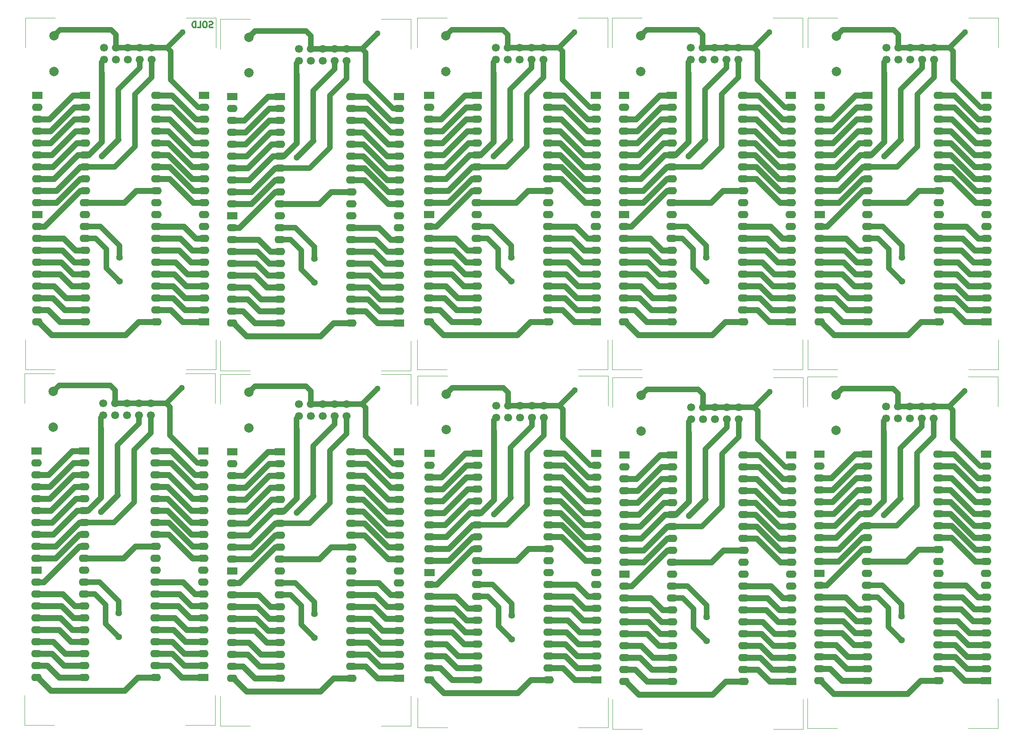
<source format=gbl>
G04 (created by PCBNEW (2013-07-07 BZR 4022)-stable) date 3/29/2015 8:23:08 PM*
%MOIN*%
G04 Gerber Fmt 3.4, Leading zero omitted, Abs format*
%FSLAX34Y34*%
G01*
G70*
G90*
G04 APERTURE LIST*
%ADD10C,0.00590551*%
%ADD11C,0.011811*%
%ADD12C,0.00393701*%
%ADD13C,0.0669291*%
%ADD14R,0.09X0.062*%
%ADD15O,0.09X0.062*%
%ADD16C,0.056*%
%ADD17C,0.0787402*%
%ADD18C,0.05*%
%ADD19C,0.05*%
%ADD20C,0.045*%
G04 APERTURE END LIST*
G54D10*
G54D11*
X58407Y-25778D02*
X58335Y-25802D01*
X58216Y-25802D01*
X58169Y-25778D01*
X58145Y-25754D01*
X58121Y-25707D01*
X58121Y-25659D01*
X58145Y-25611D01*
X58169Y-25588D01*
X58216Y-25564D01*
X58311Y-25540D01*
X58359Y-25516D01*
X58383Y-25492D01*
X58407Y-25445D01*
X58407Y-25397D01*
X58383Y-25350D01*
X58359Y-25326D01*
X58311Y-25302D01*
X58192Y-25302D01*
X58121Y-25326D01*
X57811Y-25302D02*
X57716Y-25302D01*
X57669Y-25326D01*
X57621Y-25373D01*
X57597Y-25469D01*
X57597Y-25635D01*
X57621Y-25730D01*
X57669Y-25778D01*
X57716Y-25802D01*
X57811Y-25802D01*
X57859Y-25778D01*
X57907Y-25730D01*
X57930Y-25635D01*
X57930Y-25469D01*
X57907Y-25373D01*
X57859Y-25326D01*
X57811Y-25302D01*
X57145Y-25802D02*
X57383Y-25802D01*
X57383Y-25302D01*
X56978Y-25802D02*
X56978Y-25302D01*
X56859Y-25302D01*
X56788Y-25326D01*
X56740Y-25373D01*
X56716Y-25421D01*
X56692Y-25516D01*
X56692Y-25588D01*
X56716Y-25683D01*
X56740Y-25730D01*
X56788Y-25778D01*
X56859Y-25802D01*
X56978Y-25802D01*
G54D12*
X75601Y-24995D02*
X75601Y-27495D01*
X75601Y-24995D02*
X78101Y-24995D01*
X91601Y-24995D02*
X91601Y-27495D01*
X91601Y-24995D02*
X89101Y-24995D01*
X75601Y-54495D02*
X78101Y-54495D01*
X75601Y-54495D02*
X75601Y-51995D01*
X91601Y-54495D02*
X89101Y-54495D01*
X91601Y-54495D02*
X91601Y-51995D01*
X91947Y-24989D02*
X91947Y-27489D01*
X91947Y-24989D02*
X94447Y-24989D01*
X107947Y-24989D02*
X107947Y-27489D01*
X107947Y-24989D02*
X105447Y-24989D01*
X91947Y-54489D02*
X94447Y-54489D01*
X91947Y-54489D02*
X91947Y-51989D01*
X107947Y-54489D02*
X105447Y-54489D01*
X107947Y-54489D02*
X107947Y-51989D01*
X91985Y-55141D02*
X91985Y-57641D01*
X91985Y-55141D02*
X94485Y-55141D01*
X107985Y-55141D02*
X107985Y-57641D01*
X107985Y-55141D02*
X105485Y-55141D01*
X91985Y-84641D02*
X94485Y-84641D01*
X91985Y-84641D02*
X91985Y-82141D01*
X107985Y-84641D02*
X105485Y-84641D01*
X107985Y-84641D02*
X107985Y-82141D01*
X75632Y-55035D02*
X75632Y-57535D01*
X75632Y-55035D02*
X78132Y-55035D01*
X91632Y-55035D02*
X91632Y-57535D01*
X91632Y-55035D02*
X89132Y-55035D01*
X75632Y-84535D02*
X78132Y-84535D01*
X75632Y-84535D02*
X75632Y-82035D01*
X91632Y-84535D02*
X89132Y-84535D01*
X91632Y-84535D02*
X91632Y-82035D01*
X42622Y-54822D02*
X42622Y-57322D01*
X42622Y-54822D02*
X45122Y-54822D01*
X58622Y-54822D02*
X58622Y-57322D01*
X58622Y-54822D02*
X56122Y-54822D01*
X42622Y-84322D02*
X45122Y-84322D01*
X42622Y-84322D02*
X42622Y-81822D01*
X58622Y-84322D02*
X56122Y-84322D01*
X58622Y-84322D02*
X58622Y-81822D01*
X59055Y-54895D02*
X59055Y-57395D01*
X59055Y-54895D02*
X61555Y-54895D01*
X75055Y-54895D02*
X75055Y-57395D01*
X75055Y-54895D02*
X72555Y-54895D01*
X59055Y-84395D02*
X61555Y-84395D01*
X59055Y-84395D02*
X59055Y-81895D01*
X75055Y-84395D02*
X72555Y-84395D01*
X75055Y-84395D02*
X75055Y-81895D01*
X42679Y-24995D02*
X42679Y-27495D01*
X42679Y-24995D02*
X45179Y-24995D01*
X58679Y-24995D02*
X58679Y-27495D01*
X58679Y-24995D02*
X56179Y-24995D01*
X42679Y-54495D02*
X45179Y-54495D01*
X42679Y-54495D02*
X42679Y-51995D01*
X58679Y-54495D02*
X56179Y-54495D01*
X58679Y-54495D02*
X58679Y-51995D01*
X59050Y-25100D02*
X59050Y-27600D01*
X59050Y-25100D02*
X61550Y-25100D01*
X75050Y-25100D02*
X75050Y-27600D01*
X75050Y-25100D02*
X72550Y-25100D01*
X59050Y-54600D02*
X61550Y-54600D01*
X59050Y-54600D02*
X59050Y-52100D01*
X75050Y-54600D02*
X72550Y-54600D01*
X75050Y-54600D02*
X75050Y-52100D01*
X108350Y-55100D02*
X108350Y-57600D01*
X108350Y-55100D02*
X110850Y-55100D01*
X124350Y-55100D02*
X124350Y-57600D01*
X124350Y-55100D02*
X121850Y-55100D01*
X108350Y-84600D02*
X110850Y-84600D01*
X108350Y-84600D02*
X108350Y-82100D01*
X124350Y-84600D02*
X121850Y-84600D01*
X124350Y-84600D02*
X124350Y-82100D01*
X108400Y-25000D02*
X108400Y-27500D01*
X108400Y-25000D02*
X110900Y-25000D01*
X124400Y-25000D02*
X124400Y-27500D01*
X124400Y-25000D02*
X121900Y-25000D01*
X108400Y-54500D02*
X110900Y-54500D01*
X108400Y-54500D02*
X108400Y-52000D01*
X124400Y-54500D02*
X121900Y-54500D01*
X124400Y-54500D02*
X124400Y-52000D01*
G54D13*
X82201Y-28495D03*
X82201Y-27495D03*
X83201Y-28495D03*
X83201Y-27495D03*
X84201Y-28495D03*
X84201Y-27495D03*
X85201Y-28495D03*
X85201Y-27495D03*
X86201Y-28495D03*
X86201Y-27495D03*
G54D14*
X76601Y-31495D03*
G54D15*
X76601Y-32495D03*
X76601Y-33495D03*
X76601Y-34495D03*
X76601Y-35495D03*
X76601Y-36495D03*
X76601Y-37495D03*
X76601Y-38495D03*
X76601Y-39495D03*
X76601Y-40495D03*
G54D14*
X90601Y-31495D03*
G54D15*
X90601Y-32495D03*
X90601Y-33495D03*
X90601Y-34495D03*
X90601Y-35495D03*
X90601Y-36495D03*
X90601Y-37495D03*
X90601Y-38495D03*
X90601Y-39495D03*
X90601Y-40495D03*
G54D16*
X83501Y-47095D03*
X83501Y-45095D03*
G54D14*
X80601Y-31495D03*
G54D15*
X80601Y-32495D03*
X80601Y-33495D03*
X80601Y-34495D03*
X80601Y-35495D03*
X80601Y-36495D03*
X80601Y-37495D03*
X80601Y-38495D03*
X80601Y-39495D03*
X80601Y-40495D03*
X80601Y-41495D03*
X80601Y-42495D03*
X80601Y-43495D03*
X80601Y-44495D03*
X80601Y-45495D03*
X80601Y-46495D03*
X80601Y-47495D03*
X80601Y-48495D03*
X80601Y-49495D03*
X80601Y-50495D03*
X86601Y-50495D03*
X86601Y-49495D03*
X86601Y-48495D03*
X86601Y-47495D03*
X86601Y-46495D03*
X86601Y-45495D03*
X86601Y-44495D03*
X86601Y-43495D03*
X86601Y-42495D03*
X86601Y-41495D03*
X86601Y-40495D03*
X86601Y-39495D03*
X86601Y-38495D03*
X86601Y-37495D03*
X86601Y-36495D03*
X86601Y-35495D03*
X86601Y-34495D03*
X86601Y-33495D03*
X86601Y-32495D03*
X86601Y-31495D03*
G54D17*
X77997Y-29495D03*
X78001Y-26499D03*
G54D14*
X76601Y-41495D03*
G54D15*
X76601Y-42495D03*
X76601Y-43495D03*
X76601Y-44495D03*
X76601Y-45495D03*
X76601Y-46495D03*
X76601Y-47495D03*
X76601Y-48495D03*
X76601Y-49495D03*
X76601Y-50495D03*
G54D14*
X90601Y-50495D03*
G54D15*
X90601Y-49495D03*
X90601Y-48495D03*
X90601Y-47495D03*
X90601Y-46495D03*
X90601Y-45495D03*
X90601Y-44495D03*
X90601Y-43495D03*
X90601Y-42495D03*
X90601Y-41495D03*
G54D13*
X98547Y-28489D03*
X98547Y-27489D03*
X99547Y-28489D03*
X99547Y-27489D03*
X100547Y-28489D03*
X100547Y-27489D03*
X101547Y-28489D03*
X101547Y-27489D03*
X102547Y-28489D03*
X102547Y-27489D03*
G54D14*
X92947Y-31489D03*
G54D15*
X92947Y-32489D03*
X92947Y-33489D03*
X92947Y-34489D03*
X92947Y-35489D03*
X92947Y-36489D03*
X92947Y-37489D03*
X92947Y-38489D03*
X92947Y-39489D03*
X92947Y-40489D03*
G54D14*
X106947Y-31489D03*
G54D15*
X106947Y-32489D03*
X106947Y-33489D03*
X106947Y-34489D03*
X106947Y-35489D03*
X106947Y-36489D03*
X106947Y-37489D03*
X106947Y-38489D03*
X106947Y-39489D03*
X106947Y-40489D03*
G54D16*
X99847Y-47089D03*
X99847Y-45089D03*
G54D14*
X96947Y-31489D03*
G54D15*
X96947Y-32489D03*
X96947Y-33489D03*
X96947Y-34489D03*
X96947Y-35489D03*
X96947Y-36489D03*
X96947Y-37489D03*
X96947Y-38489D03*
X96947Y-39489D03*
X96947Y-40489D03*
X96947Y-41489D03*
X96947Y-42489D03*
X96947Y-43489D03*
X96947Y-44489D03*
X96947Y-45489D03*
X96947Y-46489D03*
X96947Y-47489D03*
X96947Y-48489D03*
X96947Y-49489D03*
X96947Y-50489D03*
X102947Y-50489D03*
X102947Y-49489D03*
X102947Y-48489D03*
X102947Y-47489D03*
X102947Y-46489D03*
X102947Y-45489D03*
X102947Y-44489D03*
X102947Y-43489D03*
X102947Y-42489D03*
X102947Y-41489D03*
X102947Y-40489D03*
X102947Y-39489D03*
X102947Y-38489D03*
X102947Y-37489D03*
X102947Y-36489D03*
X102947Y-35489D03*
X102947Y-34489D03*
X102947Y-33489D03*
X102947Y-32489D03*
X102947Y-31489D03*
G54D17*
X94343Y-29489D03*
X94347Y-26493D03*
G54D14*
X92947Y-41489D03*
G54D15*
X92947Y-42489D03*
X92947Y-43489D03*
X92947Y-44489D03*
X92947Y-45489D03*
X92947Y-46489D03*
X92947Y-47489D03*
X92947Y-48489D03*
X92947Y-49489D03*
X92947Y-50489D03*
G54D14*
X106947Y-50489D03*
G54D15*
X106947Y-49489D03*
X106947Y-48489D03*
X106947Y-47489D03*
X106947Y-46489D03*
X106947Y-45489D03*
X106947Y-44489D03*
X106947Y-43489D03*
X106947Y-42489D03*
X106947Y-41489D03*
G54D13*
X98585Y-58641D03*
X98585Y-57641D03*
X99585Y-58641D03*
X99585Y-57641D03*
X100585Y-58641D03*
X100585Y-57641D03*
X101585Y-58641D03*
X101585Y-57641D03*
X102585Y-58641D03*
X102585Y-57641D03*
G54D14*
X92985Y-61641D03*
G54D15*
X92985Y-62641D03*
X92985Y-63641D03*
X92985Y-64641D03*
X92985Y-65641D03*
X92985Y-66641D03*
X92985Y-67641D03*
X92985Y-68641D03*
X92985Y-69641D03*
X92985Y-70641D03*
G54D14*
X106985Y-61641D03*
G54D15*
X106985Y-62641D03*
X106985Y-63641D03*
X106985Y-64641D03*
X106985Y-65641D03*
X106985Y-66641D03*
X106985Y-67641D03*
X106985Y-68641D03*
X106985Y-69641D03*
X106985Y-70641D03*
G54D16*
X99885Y-77241D03*
X99885Y-75241D03*
G54D14*
X96985Y-61641D03*
G54D15*
X96985Y-62641D03*
X96985Y-63641D03*
X96985Y-64641D03*
X96985Y-65641D03*
X96985Y-66641D03*
X96985Y-67641D03*
X96985Y-68641D03*
X96985Y-69641D03*
X96985Y-70641D03*
X96985Y-71641D03*
X96985Y-72641D03*
X96985Y-73641D03*
X96985Y-74641D03*
X96985Y-75641D03*
X96985Y-76641D03*
X96985Y-77641D03*
X96985Y-78641D03*
X96985Y-79641D03*
X96985Y-80641D03*
X102985Y-80641D03*
X102985Y-79641D03*
X102985Y-78641D03*
X102985Y-77641D03*
X102985Y-76641D03*
X102985Y-75641D03*
X102985Y-74641D03*
X102985Y-73641D03*
X102985Y-72641D03*
X102985Y-71641D03*
X102985Y-70641D03*
X102985Y-69641D03*
X102985Y-68641D03*
X102985Y-67641D03*
X102985Y-66641D03*
X102985Y-65641D03*
X102985Y-64641D03*
X102985Y-63641D03*
X102985Y-62641D03*
X102985Y-61641D03*
G54D17*
X94381Y-59641D03*
X94385Y-56645D03*
G54D14*
X92985Y-71641D03*
G54D15*
X92985Y-72641D03*
X92985Y-73641D03*
X92985Y-74641D03*
X92985Y-75641D03*
X92985Y-76641D03*
X92985Y-77641D03*
X92985Y-78641D03*
X92985Y-79641D03*
X92985Y-80641D03*
G54D14*
X106985Y-80641D03*
G54D15*
X106985Y-79641D03*
X106985Y-78641D03*
X106985Y-77641D03*
X106985Y-76641D03*
X106985Y-75641D03*
X106985Y-74641D03*
X106985Y-73641D03*
X106985Y-72641D03*
X106985Y-71641D03*
G54D13*
X82232Y-58535D03*
X82232Y-57535D03*
X83232Y-58535D03*
X83232Y-57535D03*
X84232Y-58535D03*
X84232Y-57535D03*
X85232Y-58535D03*
X85232Y-57535D03*
X86232Y-58535D03*
X86232Y-57535D03*
G54D14*
X76632Y-61535D03*
G54D15*
X76632Y-62535D03*
X76632Y-63535D03*
X76632Y-64535D03*
X76632Y-65535D03*
X76632Y-66535D03*
X76632Y-67535D03*
X76632Y-68535D03*
X76632Y-69535D03*
X76632Y-70535D03*
G54D14*
X90632Y-61535D03*
G54D15*
X90632Y-62535D03*
X90632Y-63535D03*
X90632Y-64535D03*
X90632Y-65535D03*
X90632Y-66535D03*
X90632Y-67535D03*
X90632Y-68535D03*
X90632Y-69535D03*
X90632Y-70535D03*
G54D16*
X83532Y-77135D03*
X83532Y-75135D03*
G54D14*
X80632Y-61535D03*
G54D15*
X80632Y-62535D03*
X80632Y-63535D03*
X80632Y-64535D03*
X80632Y-65535D03*
X80632Y-66535D03*
X80632Y-67535D03*
X80632Y-68535D03*
X80632Y-69535D03*
X80632Y-70535D03*
X80632Y-71535D03*
X80632Y-72535D03*
X80632Y-73535D03*
X80632Y-74535D03*
X80632Y-75535D03*
X80632Y-76535D03*
X80632Y-77535D03*
X80632Y-78535D03*
X80632Y-79535D03*
X80632Y-80535D03*
X86632Y-80535D03*
X86632Y-79535D03*
X86632Y-78535D03*
X86632Y-77535D03*
X86632Y-76535D03*
X86632Y-75535D03*
X86632Y-74535D03*
X86632Y-73535D03*
X86632Y-72535D03*
X86632Y-71535D03*
X86632Y-70535D03*
X86632Y-69535D03*
X86632Y-68535D03*
X86632Y-67535D03*
X86632Y-66535D03*
X86632Y-65535D03*
X86632Y-64535D03*
X86632Y-63535D03*
X86632Y-62535D03*
X86632Y-61535D03*
G54D17*
X78028Y-59535D03*
X78032Y-56539D03*
G54D14*
X76632Y-71535D03*
G54D15*
X76632Y-72535D03*
X76632Y-73535D03*
X76632Y-74535D03*
X76632Y-75535D03*
X76632Y-76535D03*
X76632Y-77535D03*
X76632Y-78535D03*
X76632Y-79535D03*
X76632Y-80535D03*
G54D14*
X90632Y-80535D03*
G54D15*
X90632Y-79535D03*
X90632Y-78535D03*
X90632Y-77535D03*
X90632Y-76535D03*
X90632Y-75535D03*
X90632Y-74535D03*
X90632Y-73535D03*
X90632Y-72535D03*
X90632Y-71535D03*
G54D13*
X49222Y-58322D03*
X49222Y-57322D03*
X50222Y-58322D03*
X50222Y-57322D03*
X51222Y-58322D03*
X51222Y-57322D03*
X52222Y-58322D03*
X52222Y-57322D03*
X53222Y-58322D03*
X53222Y-57322D03*
G54D14*
X43622Y-61322D03*
G54D15*
X43622Y-62322D03*
X43622Y-63322D03*
X43622Y-64322D03*
X43622Y-65322D03*
X43622Y-66322D03*
X43622Y-67322D03*
X43622Y-68322D03*
X43622Y-69322D03*
X43622Y-70322D03*
G54D14*
X57622Y-61322D03*
G54D15*
X57622Y-62322D03*
X57622Y-63322D03*
X57622Y-64322D03*
X57622Y-65322D03*
X57622Y-66322D03*
X57622Y-67322D03*
X57622Y-68322D03*
X57622Y-69322D03*
X57622Y-70322D03*
G54D16*
X50522Y-76922D03*
X50522Y-74922D03*
G54D14*
X47622Y-61322D03*
G54D15*
X47622Y-62322D03*
X47622Y-63322D03*
X47622Y-64322D03*
X47622Y-65322D03*
X47622Y-66322D03*
X47622Y-67322D03*
X47622Y-68322D03*
X47622Y-69322D03*
X47622Y-70322D03*
X47622Y-71322D03*
X47622Y-72322D03*
X47622Y-73322D03*
X47622Y-74322D03*
X47622Y-75322D03*
X47622Y-76322D03*
X47622Y-77322D03*
X47622Y-78322D03*
X47622Y-79322D03*
X47622Y-80322D03*
X53622Y-80322D03*
X53622Y-79322D03*
X53622Y-78322D03*
X53622Y-77322D03*
X53622Y-76322D03*
X53622Y-75322D03*
X53622Y-74322D03*
X53622Y-73322D03*
X53622Y-72322D03*
X53622Y-71322D03*
X53622Y-70322D03*
X53622Y-69322D03*
X53622Y-68322D03*
X53622Y-67322D03*
X53622Y-66322D03*
X53622Y-65322D03*
X53622Y-64322D03*
X53622Y-63322D03*
X53622Y-62322D03*
X53622Y-61322D03*
G54D17*
X45018Y-59322D03*
X45022Y-56326D03*
G54D14*
X43622Y-71322D03*
G54D15*
X43622Y-72322D03*
X43622Y-73322D03*
X43622Y-74322D03*
X43622Y-75322D03*
X43622Y-76322D03*
X43622Y-77322D03*
X43622Y-78322D03*
X43622Y-79322D03*
X43622Y-80322D03*
G54D14*
X57622Y-80322D03*
G54D15*
X57622Y-79322D03*
X57622Y-78322D03*
X57622Y-77322D03*
X57622Y-76322D03*
X57622Y-75322D03*
X57622Y-74322D03*
X57622Y-73322D03*
X57622Y-72322D03*
X57622Y-71322D03*
G54D13*
X65655Y-58395D03*
X65655Y-57395D03*
X66655Y-58395D03*
X66655Y-57395D03*
X67655Y-58395D03*
X67655Y-57395D03*
X68655Y-58395D03*
X68655Y-57395D03*
X69655Y-58395D03*
X69655Y-57395D03*
G54D14*
X60055Y-61395D03*
G54D15*
X60055Y-62395D03*
X60055Y-63395D03*
X60055Y-64395D03*
X60055Y-65395D03*
X60055Y-66395D03*
X60055Y-67395D03*
X60055Y-68395D03*
X60055Y-69395D03*
X60055Y-70395D03*
G54D14*
X74055Y-61395D03*
G54D15*
X74055Y-62395D03*
X74055Y-63395D03*
X74055Y-64395D03*
X74055Y-65395D03*
X74055Y-66395D03*
X74055Y-67395D03*
X74055Y-68395D03*
X74055Y-69395D03*
X74055Y-70395D03*
G54D16*
X66955Y-76995D03*
X66955Y-74995D03*
G54D14*
X64055Y-61395D03*
G54D15*
X64055Y-62395D03*
X64055Y-63395D03*
X64055Y-64395D03*
X64055Y-65395D03*
X64055Y-66395D03*
X64055Y-67395D03*
X64055Y-68395D03*
X64055Y-69395D03*
X64055Y-70395D03*
X64055Y-71395D03*
X64055Y-72395D03*
X64055Y-73395D03*
X64055Y-74395D03*
X64055Y-75395D03*
X64055Y-76395D03*
X64055Y-77395D03*
X64055Y-78395D03*
X64055Y-79395D03*
X64055Y-80395D03*
X70055Y-80395D03*
X70055Y-79395D03*
X70055Y-78395D03*
X70055Y-77395D03*
X70055Y-76395D03*
X70055Y-75395D03*
X70055Y-74395D03*
X70055Y-73395D03*
X70055Y-72395D03*
X70055Y-71395D03*
X70055Y-70395D03*
X70055Y-69395D03*
X70055Y-68395D03*
X70055Y-67395D03*
X70055Y-66395D03*
X70055Y-65395D03*
X70055Y-64395D03*
X70055Y-63395D03*
X70055Y-62395D03*
X70055Y-61395D03*
G54D17*
X61451Y-59395D03*
X61455Y-56399D03*
G54D14*
X60055Y-71395D03*
G54D15*
X60055Y-72395D03*
X60055Y-73395D03*
X60055Y-74395D03*
X60055Y-75395D03*
X60055Y-76395D03*
X60055Y-77395D03*
X60055Y-78395D03*
X60055Y-79395D03*
X60055Y-80395D03*
G54D14*
X74055Y-80395D03*
G54D15*
X74055Y-79395D03*
X74055Y-78395D03*
X74055Y-77395D03*
X74055Y-76395D03*
X74055Y-75395D03*
X74055Y-74395D03*
X74055Y-73395D03*
X74055Y-72395D03*
X74055Y-71395D03*
G54D13*
X49279Y-28495D03*
X49279Y-27495D03*
X50279Y-28495D03*
X50279Y-27495D03*
X51279Y-28495D03*
X51279Y-27495D03*
X52279Y-28495D03*
X52279Y-27495D03*
X53279Y-28495D03*
X53279Y-27495D03*
G54D14*
X43679Y-31495D03*
G54D15*
X43679Y-32495D03*
X43679Y-33495D03*
X43679Y-34495D03*
X43679Y-35495D03*
X43679Y-36495D03*
X43679Y-37495D03*
X43679Y-38495D03*
X43679Y-39495D03*
X43679Y-40495D03*
G54D14*
X57679Y-31495D03*
G54D15*
X57679Y-32495D03*
X57679Y-33495D03*
X57679Y-34495D03*
X57679Y-35495D03*
X57679Y-36495D03*
X57679Y-37495D03*
X57679Y-38495D03*
X57679Y-39495D03*
X57679Y-40495D03*
G54D16*
X50579Y-47095D03*
X50579Y-45095D03*
G54D14*
X47679Y-31495D03*
G54D15*
X47679Y-32495D03*
X47679Y-33495D03*
X47679Y-34495D03*
X47679Y-35495D03*
X47679Y-36495D03*
X47679Y-37495D03*
X47679Y-38495D03*
X47679Y-39495D03*
X47679Y-40495D03*
X47679Y-41495D03*
X47679Y-42495D03*
X47679Y-43495D03*
X47679Y-44495D03*
X47679Y-45495D03*
X47679Y-46495D03*
X47679Y-47495D03*
X47679Y-48495D03*
X47679Y-49495D03*
X47679Y-50495D03*
X53679Y-50495D03*
X53679Y-49495D03*
X53679Y-48495D03*
X53679Y-47495D03*
X53679Y-46495D03*
X53679Y-45495D03*
X53679Y-44495D03*
X53679Y-43495D03*
X53679Y-42495D03*
X53679Y-41495D03*
X53679Y-40495D03*
X53679Y-39495D03*
X53679Y-38495D03*
X53679Y-37495D03*
X53679Y-36495D03*
X53679Y-35495D03*
X53679Y-34495D03*
X53679Y-33495D03*
X53679Y-32495D03*
X53679Y-31495D03*
G54D17*
X45075Y-29495D03*
X45079Y-26499D03*
G54D14*
X43679Y-41495D03*
G54D15*
X43679Y-42495D03*
X43679Y-43495D03*
X43679Y-44495D03*
X43679Y-45495D03*
X43679Y-46495D03*
X43679Y-47495D03*
X43679Y-48495D03*
X43679Y-49495D03*
X43679Y-50495D03*
G54D14*
X57679Y-50495D03*
G54D15*
X57679Y-49495D03*
X57679Y-48495D03*
X57679Y-47495D03*
X57679Y-46495D03*
X57679Y-45495D03*
X57679Y-44495D03*
X57679Y-43495D03*
X57679Y-42495D03*
X57679Y-41495D03*
G54D13*
X65650Y-28600D03*
X65650Y-27600D03*
X66650Y-28600D03*
X66650Y-27600D03*
X67650Y-28600D03*
X67650Y-27600D03*
X68650Y-28600D03*
X68650Y-27600D03*
X69650Y-28600D03*
X69650Y-27600D03*
G54D14*
X60050Y-31600D03*
G54D15*
X60050Y-32600D03*
X60050Y-33600D03*
X60050Y-34600D03*
X60050Y-35600D03*
X60050Y-36600D03*
X60050Y-37600D03*
X60050Y-38600D03*
X60050Y-39600D03*
X60050Y-40600D03*
G54D14*
X74050Y-31600D03*
G54D15*
X74050Y-32600D03*
X74050Y-33600D03*
X74050Y-34600D03*
X74050Y-35600D03*
X74050Y-36600D03*
X74050Y-37600D03*
X74050Y-38600D03*
X74050Y-39600D03*
X74050Y-40600D03*
G54D16*
X66950Y-47200D03*
X66950Y-45200D03*
G54D14*
X64050Y-31600D03*
G54D15*
X64050Y-32600D03*
X64050Y-33600D03*
X64050Y-34600D03*
X64050Y-35600D03*
X64050Y-36600D03*
X64050Y-37600D03*
X64050Y-38600D03*
X64050Y-39600D03*
X64050Y-40600D03*
X64050Y-41600D03*
X64050Y-42600D03*
X64050Y-43600D03*
X64050Y-44600D03*
X64050Y-45600D03*
X64050Y-46600D03*
X64050Y-47600D03*
X64050Y-48600D03*
X64050Y-49600D03*
X64050Y-50600D03*
X70050Y-50600D03*
X70050Y-49600D03*
X70050Y-48600D03*
X70050Y-47600D03*
X70050Y-46600D03*
X70050Y-45600D03*
X70050Y-44600D03*
X70050Y-43600D03*
X70050Y-42600D03*
X70050Y-41600D03*
X70050Y-40600D03*
X70050Y-39600D03*
X70050Y-38600D03*
X70050Y-37600D03*
X70050Y-36600D03*
X70050Y-35600D03*
X70050Y-34600D03*
X70050Y-33600D03*
X70050Y-32600D03*
X70050Y-31600D03*
G54D17*
X61446Y-29600D03*
X61450Y-26604D03*
G54D14*
X60050Y-41600D03*
G54D15*
X60050Y-42600D03*
X60050Y-43600D03*
X60050Y-44600D03*
X60050Y-45600D03*
X60050Y-46600D03*
X60050Y-47600D03*
X60050Y-48600D03*
X60050Y-49600D03*
X60050Y-50600D03*
G54D14*
X74050Y-50600D03*
G54D15*
X74050Y-49600D03*
X74050Y-48600D03*
X74050Y-47600D03*
X74050Y-46600D03*
X74050Y-45600D03*
X74050Y-44600D03*
X74050Y-43600D03*
X74050Y-42600D03*
X74050Y-41600D03*
G54D13*
X114950Y-58600D03*
X114950Y-57600D03*
X115950Y-58600D03*
X115950Y-57600D03*
X116950Y-58600D03*
X116950Y-57600D03*
X117950Y-58600D03*
X117950Y-57600D03*
X118950Y-58600D03*
X118950Y-57600D03*
G54D14*
X109350Y-61600D03*
G54D15*
X109350Y-62600D03*
X109350Y-63600D03*
X109350Y-64600D03*
X109350Y-65600D03*
X109350Y-66600D03*
X109350Y-67600D03*
X109350Y-68600D03*
X109350Y-69600D03*
X109350Y-70600D03*
G54D14*
X123350Y-61600D03*
G54D15*
X123350Y-62600D03*
X123350Y-63600D03*
X123350Y-64600D03*
X123350Y-65600D03*
X123350Y-66600D03*
X123350Y-67600D03*
X123350Y-68600D03*
X123350Y-69600D03*
X123350Y-70600D03*
G54D16*
X116250Y-77200D03*
X116250Y-75200D03*
G54D14*
X113350Y-61600D03*
G54D15*
X113350Y-62600D03*
X113350Y-63600D03*
X113350Y-64600D03*
X113350Y-65600D03*
X113350Y-66600D03*
X113350Y-67600D03*
X113350Y-68600D03*
X113350Y-69600D03*
X113350Y-70600D03*
X113350Y-71600D03*
X113350Y-72600D03*
X113350Y-73600D03*
X113350Y-74600D03*
X113350Y-75600D03*
X113350Y-76600D03*
X113350Y-77600D03*
X113350Y-78600D03*
X113350Y-79600D03*
X113350Y-80600D03*
X119350Y-80600D03*
X119350Y-79600D03*
X119350Y-78600D03*
X119350Y-77600D03*
X119350Y-76600D03*
X119350Y-75600D03*
X119350Y-74600D03*
X119350Y-73600D03*
X119350Y-72600D03*
X119350Y-71600D03*
X119350Y-70600D03*
X119350Y-69600D03*
X119350Y-68600D03*
X119350Y-67600D03*
X119350Y-66600D03*
X119350Y-65600D03*
X119350Y-64600D03*
X119350Y-63600D03*
X119350Y-62600D03*
X119350Y-61600D03*
G54D17*
X110746Y-59600D03*
X110750Y-56604D03*
G54D14*
X109350Y-71600D03*
G54D15*
X109350Y-72600D03*
X109350Y-73600D03*
X109350Y-74600D03*
X109350Y-75600D03*
X109350Y-76600D03*
X109350Y-77600D03*
X109350Y-78600D03*
X109350Y-79600D03*
X109350Y-80600D03*
G54D14*
X123350Y-80600D03*
G54D15*
X123350Y-79600D03*
X123350Y-78600D03*
X123350Y-77600D03*
X123350Y-76600D03*
X123350Y-75600D03*
X123350Y-74600D03*
X123350Y-73600D03*
X123350Y-72600D03*
X123350Y-71600D03*
G54D13*
X115000Y-28500D03*
X115000Y-27500D03*
X116000Y-28500D03*
X116000Y-27500D03*
X117000Y-28500D03*
X117000Y-27500D03*
X118000Y-28500D03*
X118000Y-27500D03*
X119000Y-28500D03*
X119000Y-27500D03*
G54D14*
X109400Y-31500D03*
G54D15*
X109400Y-32500D03*
X109400Y-33500D03*
X109400Y-34500D03*
X109400Y-35500D03*
X109400Y-36500D03*
X109400Y-37500D03*
X109400Y-38500D03*
X109400Y-39500D03*
X109400Y-40500D03*
G54D14*
X123400Y-31500D03*
G54D15*
X123400Y-32500D03*
X123400Y-33500D03*
X123400Y-34500D03*
X123400Y-35500D03*
X123400Y-36500D03*
X123400Y-37500D03*
X123400Y-38500D03*
X123400Y-39500D03*
X123400Y-40500D03*
G54D16*
X116300Y-47100D03*
X116300Y-45100D03*
G54D14*
X113400Y-31500D03*
G54D15*
X113400Y-32500D03*
X113400Y-33500D03*
X113400Y-34500D03*
X113400Y-35500D03*
X113400Y-36500D03*
X113400Y-37500D03*
X113400Y-38500D03*
X113400Y-39500D03*
X113400Y-40500D03*
X113400Y-41500D03*
X113400Y-42500D03*
X113400Y-43500D03*
X113400Y-44500D03*
X113400Y-45500D03*
X113400Y-46500D03*
X113400Y-47500D03*
X113400Y-48500D03*
X113400Y-49500D03*
X113400Y-50500D03*
X119400Y-50500D03*
X119400Y-49500D03*
X119400Y-48500D03*
X119400Y-47500D03*
X119400Y-46500D03*
X119400Y-45500D03*
X119400Y-44500D03*
X119400Y-43500D03*
X119400Y-42500D03*
X119400Y-41500D03*
X119400Y-40500D03*
X119400Y-39500D03*
X119400Y-38500D03*
X119400Y-37500D03*
X119400Y-36500D03*
X119400Y-35500D03*
X119400Y-34500D03*
X119400Y-33500D03*
X119400Y-32500D03*
X119400Y-31500D03*
G54D17*
X110796Y-29500D03*
X110800Y-26504D03*
G54D14*
X109400Y-41500D03*
G54D15*
X109400Y-42500D03*
X109400Y-43500D03*
X109400Y-44500D03*
X109400Y-45500D03*
X109400Y-46500D03*
X109400Y-47500D03*
X109400Y-48500D03*
X109400Y-49500D03*
X109400Y-50500D03*
G54D14*
X123400Y-50500D03*
G54D15*
X123400Y-49500D03*
X123400Y-48500D03*
X123400Y-47500D03*
X123400Y-46500D03*
X123400Y-45500D03*
X123400Y-44500D03*
X123400Y-43500D03*
X123400Y-42500D03*
X123400Y-41500D03*
G54D18*
X82001Y-36595D03*
X98347Y-36589D03*
X98385Y-66741D03*
X82032Y-66635D03*
X49022Y-66422D03*
X65455Y-66495D03*
X49079Y-36595D03*
X65450Y-36700D03*
X114750Y-66700D03*
X114800Y-36600D03*
X88801Y-26195D03*
X105147Y-26189D03*
X105185Y-56341D03*
X88832Y-56235D03*
X55822Y-56022D03*
X72255Y-56095D03*
X55879Y-26195D03*
X72250Y-26300D03*
X121550Y-56300D03*
X121600Y-26200D03*
G54D19*
X86601Y-39495D02*
X84901Y-39495D01*
X84901Y-39495D02*
X83901Y-40495D01*
X83901Y-40495D02*
X80601Y-40495D01*
G54D20*
X83901Y-40495D02*
X80601Y-40495D01*
X84901Y-39495D02*
X83901Y-40495D01*
G54D19*
X102947Y-39489D02*
X101247Y-39489D01*
X101247Y-39489D02*
X100247Y-40489D01*
X100247Y-40489D02*
X96947Y-40489D01*
G54D20*
X100247Y-40489D02*
X96947Y-40489D01*
X101247Y-39489D02*
X100247Y-40489D01*
G54D19*
X102985Y-69641D02*
X101285Y-69641D01*
X101285Y-69641D02*
X100285Y-70641D01*
X100285Y-70641D02*
X96985Y-70641D01*
G54D20*
X100285Y-70641D02*
X96985Y-70641D01*
X101285Y-69641D02*
X100285Y-70641D01*
G54D19*
X86632Y-69535D02*
X84932Y-69535D01*
X84932Y-69535D02*
X83932Y-70535D01*
X83932Y-70535D02*
X80632Y-70535D01*
G54D20*
X83932Y-70535D02*
X80632Y-70535D01*
X84932Y-69535D02*
X83932Y-70535D01*
G54D19*
X53622Y-69322D02*
X51922Y-69322D01*
X51922Y-69322D02*
X50922Y-70322D01*
X50922Y-70322D02*
X47622Y-70322D01*
G54D20*
X50922Y-70322D02*
X47622Y-70322D01*
X51922Y-69322D02*
X50922Y-70322D01*
G54D19*
X70055Y-69395D02*
X68355Y-69395D01*
X68355Y-69395D02*
X67355Y-70395D01*
X67355Y-70395D02*
X64055Y-70395D01*
G54D20*
X67355Y-70395D02*
X64055Y-70395D01*
X68355Y-69395D02*
X67355Y-70395D01*
G54D19*
X53679Y-39495D02*
X51979Y-39495D01*
X51979Y-39495D02*
X50979Y-40495D01*
X50979Y-40495D02*
X47679Y-40495D01*
G54D20*
X50979Y-40495D02*
X47679Y-40495D01*
X51979Y-39495D02*
X50979Y-40495D01*
G54D19*
X70050Y-39600D02*
X68350Y-39600D01*
X68350Y-39600D02*
X67350Y-40600D01*
X67350Y-40600D02*
X64050Y-40600D01*
G54D20*
X67350Y-40600D02*
X64050Y-40600D01*
X68350Y-39600D02*
X67350Y-40600D01*
G54D19*
X119350Y-69600D02*
X117650Y-69600D01*
X117650Y-69600D02*
X116650Y-70600D01*
X116650Y-70600D02*
X113350Y-70600D01*
G54D20*
X116650Y-70600D02*
X113350Y-70600D01*
X117650Y-69600D02*
X116650Y-70600D01*
G54D19*
X119400Y-39500D02*
X117700Y-39500D01*
X117700Y-39500D02*
X116700Y-40500D01*
X116700Y-40500D02*
X113400Y-40500D01*
G54D20*
X116700Y-40500D02*
X113400Y-40500D01*
X117700Y-39500D02*
X116700Y-40500D01*
X80601Y-37495D02*
X83101Y-37495D01*
X84801Y-31395D02*
X86001Y-30195D01*
X84801Y-35795D02*
X84801Y-31395D01*
X83101Y-37495D02*
X84801Y-35795D01*
X86201Y-29995D02*
X86201Y-28495D01*
X86001Y-30195D02*
X86201Y-29995D01*
G54D19*
X80601Y-37495D02*
X80201Y-37495D01*
X80201Y-37495D02*
X78201Y-39495D01*
X78201Y-39495D02*
X76601Y-39495D01*
G54D20*
X96947Y-37489D02*
X99447Y-37489D01*
X101147Y-31389D02*
X102347Y-30189D01*
X101147Y-35789D02*
X101147Y-31389D01*
X99447Y-37489D02*
X101147Y-35789D01*
X102547Y-29989D02*
X102547Y-28489D01*
X102347Y-30189D02*
X102547Y-29989D01*
G54D19*
X96947Y-37489D02*
X96547Y-37489D01*
X96547Y-37489D02*
X94547Y-39489D01*
X94547Y-39489D02*
X92947Y-39489D01*
G54D20*
X96985Y-67641D02*
X99485Y-67641D01*
X101185Y-61541D02*
X102385Y-60341D01*
X101185Y-65941D02*
X101185Y-61541D01*
X99485Y-67641D02*
X101185Y-65941D01*
X102585Y-60141D02*
X102585Y-58641D01*
X102385Y-60341D02*
X102585Y-60141D01*
G54D19*
X96985Y-67641D02*
X96585Y-67641D01*
X96585Y-67641D02*
X94585Y-69641D01*
X94585Y-69641D02*
X92985Y-69641D01*
G54D20*
X80632Y-67535D02*
X83132Y-67535D01*
X84832Y-61435D02*
X86032Y-60235D01*
X84832Y-65835D02*
X84832Y-61435D01*
X83132Y-67535D02*
X84832Y-65835D01*
X86232Y-60035D02*
X86232Y-58535D01*
X86032Y-60235D02*
X86232Y-60035D01*
G54D19*
X80632Y-67535D02*
X80232Y-67535D01*
X80232Y-67535D02*
X78232Y-69535D01*
X78232Y-69535D02*
X76632Y-69535D01*
G54D20*
X47622Y-67322D02*
X50122Y-67322D01*
X51822Y-61222D02*
X53022Y-60022D01*
X51822Y-65622D02*
X51822Y-61222D01*
X50122Y-67322D02*
X51822Y-65622D01*
X53222Y-59822D02*
X53222Y-58322D01*
X53022Y-60022D02*
X53222Y-59822D01*
G54D19*
X47622Y-67322D02*
X47222Y-67322D01*
X47222Y-67322D02*
X45222Y-69322D01*
X45222Y-69322D02*
X43622Y-69322D01*
G54D20*
X64055Y-67395D02*
X66555Y-67395D01*
X68255Y-61295D02*
X69455Y-60095D01*
X68255Y-65695D02*
X68255Y-61295D01*
X66555Y-67395D02*
X68255Y-65695D01*
X69655Y-59895D02*
X69655Y-58395D01*
X69455Y-60095D02*
X69655Y-59895D01*
G54D19*
X64055Y-67395D02*
X63655Y-67395D01*
X63655Y-67395D02*
X61655Y-69395D01*
X61655Y-69395D02*
X60055Y-69395D01*
G54D20*
X47679Y-37495D02*
X50179Y-37495D01*
X51879Y-31395D02*
X53079Y-30195D01*
X51879Y-35795D02*
X51879Y-31395D01*
X50179Y-37495D02*
X51879Y-35795D01*
X53279Y-29995D02*
X53279Y-28495D01*
X53079Y-30195D02*
X53279Y-29995D01*
G54D19*
X47679Y-37495D02*
X47279Y-37495D01*
X47279Y-37495D02*
X45279Y-39495D01*
X45279Y-39495D02*
X43679Y-39495D01*
G54D20*
X64050Y-37600D02*
X66550Y-37600D01*
X68250Y-31500D02*
X69450Y-30300D01*
X68250Y-35900D02*
X68250Y-31500D01*
X66550Y-37600D02*
X68250Y-35900D01*
X69650Y-30100D02*
X69650Y-28600D01*
X69450Y-30300D02*
X69650Y-30100D01*
G54D19*
X64050Y-37600D02*
X63650Y-37600D01*
X63650Y-37600D02*
X61650Y-39600D01*
X61650Y-39600D02*
X60050Y-39600D01*
G54D20*
X113350Y-67600D02*
X115850Y-67600D01*
X117550Y-61500D02*
X118750Y-60300D01*
X117550Y-65900D02*
X117550Y-61500D01*
X115850Y-67600D02*
X117550Y-65900D01*
X118950Y-60100D02*
X118950Y-58600D01*
X118750Y-60300D02*
X118950Y-60100D01*
G54D19*
X113350Y-67600D02*
X112950Y-67600D01*
X112950Y-67600D02*
X110950Y-69600D01*
X110950Y-69600D02*
X109350Y-69600D01*
G54D20*
X113400Y-37500D02*
X115900Y-37500D01*
X117600Y-31400D02*
X118800Y-30200D01*
X117600Y-35800D02*
X117600Y-31400D01*
X115900Y-37500D02*
X117600Y-35800D01*
X119000Y-30000D02*
X119000Y-28500D01*
X118800Y-30200D02*
X119000Y-30000D01*
G54D19*
X113400Y-37500D02*
X113000Y-37500D01*
X113000Y-37500D02*
X111000Y-39500D01*
X111000Y-39500D02*
X109400Y-39500D01*
G54D20*
X82001Y-29995D02*
X82001Y-28695D01*
X82001Y-28695D02*
X82201Y-28495D01*
X82001Y-29995D02*
X82001Y-29295D01*
G54D19*
X80601Y-36495D02*
X80001Y-36495D01*
X80001Y-36495D02*
X78001Y-38495D01*
X80601Y-36495D02*
X80901Y-36495D01*
X82001Y-35395D02*
X82001Y-29995D01*
X82001Y-29995D02*
X82001Y-29595D01*
X80901Y-36495D02*
X82001Y-35395D01*
X78001Y-38495D02*
X76601Y-38495D01*
G54D20*
X98347Y-29989D02*
X98347Y-28689D01*
X98347Y-28689D02*
X98547Y-28489D01*
X98347Y-29989D02*
X98347Y-29289D01*
G54D19*
X96947Y-36489D02*
X96347Y-36489D01*
X96347Y-36489D02*
X94347Y-38489D01*
X96947Y-36489D02*
X97247Y-36489D01*
X98347Y-35389D02*
X98347Y-29989D01*
X98347Y-29989D02*
X98347Y-29589D01*
X97247Y-36489D02*
X98347Y-35389D01*
X94347Y-38489D02*
X92947Y-38489D01*
G54D20*
X98385Y-60141D02*
X98385Y-58841D01*
X98385Y-58841D02*
X98585Y-58641D01*
X98385Y-60141D02*
X98385Y-59441D01*
G54D19*
X96985Y-66641D02*
X96385Y-66641D01*
X96385Y-66641D02*
X94385Y-68641D01*
X96985Y-66641D02*
X97285Y-66641D01*
X98385Y-65541D02*
X98385Y-60141D01*
X98385Y-60141D02*
X98385Y-59741D01*
X97285Y-66641D02*
X98385Y-65541D01*
X94385Y-68641D02*
X92985Y-68641D01*
G54D20*
X82032Y-60035D02*
X82032Y-58735D01*
X82032Y-58735D02*
X82232Y-58535D01*
X82032Y-60035D02*
X82032Y-59335D01*
G54D19*
X80632Y-66535D02*
X80032Y-66535D01*
X80032Y-66535D02*
X78032Y-68535D01*
X80632Y-66535D02*
X80932Y-66535D01*
X82032Y-65435D02*
X82032Y-60035D01*
X82032Y-60035D02*
X82032Y-59635D01*
X80932Y-66535D02*
X82032Y-65435D01*
X78032Y-68535D02*
X76632Y-68535D01*
G54D20*
X49022Y-59822D02*
X49022Y-58522D01*
X49022Y-58522D02*
X49222Y-58322D01*
X49022Y-59822D02*
X49022Y-59122D01*
G54D19*
X47622Y-66322D02*
X47022Y-66322D01*
X47022Y-66322D02*
X45022Y-68322D01*
X47622Y-66322D02*
X47922Y-66322D01*
X49022Y-65222D02*
X49022Y-59822D01*
X49022Y-59822D02*
X49022Y-59422D01*
X47922Y-66322D02*
X49022Y-65222D01*
X45022Y-68322D02*
X43622Y-68322D01*
G54D20*
X65455Y-59895D02*
X65455Y-58595D01*
X65455Y-58595D02*
X65655Y-58395D01*
X65455Y-59895D02*
X65455Y-59195D01*
G54D19*
X64055Y-66395D02*
X63455Y-66395D01*
X63455Y-66395D02*
X61455Y-68395D01*
X64055Y-66395D02*
X64355Y-66395D01*
X65455Y-65295D02*
X65455Y-59895D01*
X65455Y-59895D02*
X65455Y-59495D01*
X64355Y-66395D02*
X65455Y-65295D01*
X61455Y-68395D02*
X60055Y-68395D01*
G54D20*
X49079Y-29995D02*
X49079Y-28695D01*
X49079Y-28695D02*
X49279Y-28495D01*
X49079Y-29995D02*
X49079Y-29295D01*
G54D19*
X47679Y-36495D02*
X47079Y-36495D01*
X47079Y-36495D02*
X45079Y-38495D01*
X47679Y-36495D02*
X47979Y-36495D01*
X49079Y-35395D02*
X49079Y-29995D01*
X49079Y-29995D02*
X49079Y-29595D01*
X47979Y-36495D02*
X49079Y-35395D01*
X45079Y-38495D02*
X43679Y-38495D01*
G54D20*
X65450Y-30100D02*
X65450Y-28800D01*
X65450Y-28800D02*
X65650Y-28600D01*
X65450Y-30100D02*
X65450Y-29400D01*
G54D19*
X64050Y-36600D02*
X63450Y-36600D01*
X63450Y-36600D02*
X61450Y-38600D01*
X64050Y-36600D02*
X64350Y-36600D01*
X65450Y-35500D02*
X65450Y-30100D01*
X65450Y-30100D02*
X65450Y-29700D01*
X64350Y-36600D02*
X65450Y-35500D01*
X61450Y-38600D02*
X60050Y-38600D01*
G54D20*
X114750Y-60100D02*
X114750Y-58800D01*
X114750Y-58800D02*
X114950Y-58600D01*
X114750Y-60100D02*
X114750Y-59400D01*
G54D19*
X113350Y-66600D02*
X112750Y-66600D01*
X112750Y-66600D02*
X110750Y-68600D01*
X113350Y-66600D02*
X113650Y-66600D01*
X114750Y-65500D02*
X114750Y-60100D01*
X114750Y-60100D02*
X114750Y-59700D01*
X113650Y-66600D02*
X114750Y-65500D01*
X110750Y-68600D02*
X109350Y-68600D01*
G54D20*
X114800Y-30000D02*
X114800Y-28700D01*
X114800Y-28700D02*
X115000Y-28500D01*
X114800Y-30000D02*
X114800Y-29300D01*
G54D19*
X113400Y-36500D02*
X112800Y-36500D01*
X112800Y-36500D02*
X110800Y-38500D01*
X113400Y-36500D02*
X113700Y-36500D01*
X114800Y-35400D02*
X114800Y-30000D01*
X114800Y-30000D02*
X114800Y-29600D01*
X113700Y-36500D02*
X114800Y-35400D01*
X110800Y-38500D02*
X109400Y-38500D01*
X79801Y-44495D02*
X80601Y-44495D01*
X76601Y-43495D02*
X78801Y-43495D01*
X78801Y-43495D02*
X79801Y-44495D01*
X96147Y-44489D02*
X96947Y-44489D01*
X92947Y-43489D02*
X95147Y-43489D01*
X95147Y-43489D02*
X96147Y-44489D01*
X96185Y-74641D02*
X96985Y-74641D01*
X92985Y-73641D02*
X95185Y-73641D01*
X95185Y-73641D02*
X96185Y-74641D01*
X79832Y-74535D02*
X80632Y-74535D01*
X76632Y-73535D02*
X78832Y-73535D01*
X78832Y-73535D02*
X79832Y-74535D01*
X46822Y-74322D02*
X47622Y-74322D01*
X43622Y-73322D02*
X45822Y-73322D01*
X45822Y-73322D02*
X46822Y-74322D01*
X63255Y-74395D02*
X64055Y-74395D01*
X60055Y-73395D02*
X62255Y-73395D01*
X62255Y-73395D02*
X63255Y-74395D01*
X46879Y-44495D02*
X47679Y-44495D01*
X43679Y-43495D02*
X45879Y-43495D01*
X45879Y-43495D02*
X46879Y-44495D01*
X63250Y-44600D02*
X64050Y-44600D01*
X60050Y-43600D02*
X62250Y-43600D01*
X62250Y-43600D02*
X63250Y-44600D01*
X112550Y-74600D02*
X113350Y-74600D01*
X109350Y-73600D02*
X111550Y-73600D01*
X111550Y-73600D02*
X112550Y-74600D01*
X112600Y-44500D02*
X113400Y-44500D01*
X109400Y-43500D02*
X111600Y-43500D01*
X111600Y-43500D02*
X112600Y-44500D01*
G54D20*
X83401Y-35195D02*
X83401Y-30995D01*
X83401Y-30995D02*
X84601Y-29795D01*
X84201Y-30195D02*
X84601Y-29795D01*
X85201Y-29195D02*
X85201Y-28495D01*
X84601Y-29795D02*
X85201Y-29195D01*
G54D19*
X78201Y-40495D02*
X76601Y-40495D01*
X80601Y-38495D02*
X80201Y-38495D01*
X80201Y-38495D02*
X78201Y-40495D01*
X83401Y-35195D02*
X82001Y-36595D01*
G54D20*
X99747Y-35189D02*
X99747Y-30989D01*
X99747Y-30989D02*
X100947Y-29789D01*
X100547Y-30189D02*
X100947Y-29789D01*
X101547Y-29189D02*
X101547Y-28489D01*
X100947Y-29789D02*
X101547Y-29189D01*
G54D19*
X94547Y-40489D02*
X92947Y-40489D01*
X96947Y-38489D02*
X96547Y-38489D01*
X96547Y-38489D02*
X94547Y-40489D01*
X99747Y-35189D02*
X98347Y-36589D01*
G54D20*
X99785Y-65341D02*
X99785Y-61141D01*
X99785Y-61141D02*
X100985Y-59941D01*
X100585Y-60341D02*
X100985Y-59941D01*
X101585Y-59341D02*
X101585Y-58641D01*
X100985Y-59941D02*
X101585Y-59341D01*
G54D19*
X94585Y-70641D02*
X92985Y-70641D01*
X96985Y-68641D02*
X96585Y-68641D01*
X96585Y-68641D02*
X94585Y-70641D01*
X99785Y-65341D02*
X98385Y-66741D01*
G54D20*
X83432Y-65235D02*
X83432Y-61035D01*
X83432Y-61035D02*
X84632Y-59835D01*
X84232Y-60235D02*
X84632Y-59835D01*
X85232Y-59235D02*
X85232Y-58535D01*
X84632Y-59835D02*
X85232Y-59235D01*
G54D19*
X78232Y-70535D02*
X76632Y-70535D01*
X80632Y-68535D02*
X80232Y-68535D01*
X80232Y-68535D02*
X78232Y-70535D01*
X83432Y-65235D02*
X82032Y-66635D01*
G54D20*
X50422Y-65022D02*
X50422Y-60822D01*
X50422Y-60822D02*
X51622Y-59622D01*
X51222Y-60022D02*
X51622Y-59622D01*
X52222Y-59022D02*
X52222Y-58322D01*
X51622Y-59622D02*
X52222Y-59022D01*
G54D19*
X45222Y-70322D02*
X43622Y-70322D01*
X47622Y-68322D02*
X47222Y-68322D01*
X47222Y-68322D02*
X45222Y-70322D01*
X50422Y-65022D02*
X49022Y-66422D01*
G54D20*
X66855Y-65095D02*
X66855Y-60895D01*
X66855Y-60895D02*
X68055Y-59695D01*
X67655Y-60095D02*
X68055Y-59695D01*
X68655Y-59095D02*
X68655Y-58395D01*
X68055Y-59695D02*
X68655Y-59095D01*
G54D19*
X61655Y-70395D02*
X60055Y-70395D01*
X64055Y-68395D02*
X63655Y-68395D01*
X63655Y-68395D02*
X61655Y-70395D01*
X66855Y-65095D02*
X65455Y-66495D01*
G54D20*
X50479Y-35195D02*
X50479Y-30995D01*
X50479Y-30995D02*
X51679Y-29795D01*
X51279Y-30195D02*
X51679Y-29795D01*
X52279Y-29195D02*
X52279Y-28495D01*
X51679Y-29795D02*
X52279Y-29195D01*
G54D19*
X45279Y-40495D02*
X43679Y-40495D01*
X47679Y-38495D02*
X47279Y-38495D01*
X47279Y-38495D02*
X45279Y-40495D01*
X50479Y-35195D02*
X49079Y-36595D01*
G54D20*
X66850Y-35300D02*
X66850Y-31100D01*
X66850Y-31100D02*
X68050Y-29900D01*
X67650Y-30300D02*
X68050Y-29900D01*
X68650Y-29300D02*
X68650Y-28600D01*
X68050Y-29900D02*
X68650Y-29300D01*
G54D19*
X61650Y-40600D02*
X60050Y-40600D01*
X64050Y-38600D02*
X63650Y-38600D01*
X63650Y-38600D02*
X61650Y-40600D01*
X66850Y-35300D02*
X65450Y-36700D01*
G54D20*
X116150Y-65300D02*
X116150Y-61100D01*
X116150Y-61100D02*
X117350Y-59900D01*
X116950Y-60300D02*
X117350Y-59900D01*
X117950Y-59300D02*
X117950Y-58600D01*
X117350Y-59900D02*
X117950Y-59300D01*
G54D19*
X110950Y-70600D02*
X109350Y-70600D01*
X113350Y-68600D02*
X112950Y-68600D01*
X112950Y-68600D02*
X110950Y-70600D01*
X116150Y-65300D02*
X114750Y-66700D01*
G54D20*
X116200Y-35200D02*
X116200Y-31000D01*
X116200Y-31000D02*
X117400Y-29800D01*
X117000Y-30200D02*
X117400Y-29800D01*
X118000Y-29200D02*
X118000Y-28500D01*
X117400Y-29800D02*
X118000Y-29200D01*
G54D19*
X111000Y-40500D02*
X109400Y-40500D01*
X113400Y-38500D02*
X113000Y-38500D01*
X113000Y-38500D02*
X111000Y-40500D01*
X116200Y-35200D02*
X114800Y-36600D01*
X76601Y-44495D02*
X78701Y-44495D01*
X78701Y-44495D02*
X79701Y-45495D01*
X79701Y-45495D02*
X80601Y-45495D01*
X92947Y-44489D02*
X95047Y-44489D01*
X95047Y-44489D02*
X96047Y-45489D01*
X96047Y-45489D02*
X96947Y-45489D01*
X92985Y-74641D02*
X95085Y-74641D01*
X95085Y-74641D02*
X96085Y-75641D01*
X96085Y-75641D02*
X96985Y-75641D01*
X76632Y-74535D02*
X78732Y-74535D01*
X78732Y-74535D02*
X79732Y-75535D01*
X79732Y-75535D02*
X80632Y-75535D01*
X43622Y-74322D02*
X45722Y-74322D01*
X45722Y-74322D02*
X46722Y-75322D01*
X46722Y-75322D02*
X47622Y-75322D01*
X60055Y-74395D02*
X62155Y-74395D01*
X62155Y-74395D02*
X63155Y-75395D01*
X63155Y-75395D02*
X64055Y-75395D01*
X43679Y-44495D02*
X45779Y-44495D01*
X45779Y-44495D02*
X46779Y-45495D01*
X46779Y-45495D02*
X47679Y-45495D01*
X60050Y-44600D02*
X62150Y-44600D01*
X62150Y-44600D02*
X63150Y-45600D01*
X63150Y-45600D02*
X64050Y-45600D01*
X109350Y-74600D02*
X111450Y-74600D01*
X111450Y-74600D02*
X112450Y-75600D01*
X112450Y-75600D02*
X113350Y-75600D01*
X109400Y-44500D02*
X111500Y-44500D01*
X111500Y-44500D02*
X112500Y-45500D01*
X112500Y-45500D02*
X113400Y-45500D01*
X80601Y-39495D02*
X80201Y-39495D01*
X80201Y-39495D02*
X77201Y-42495D01*
X77201Y-42495D02*
X76601Y-42495D01*
X96947Y-39489D02*
X96547Y-39489D01*
X96547Y-39489D02*
X93547Y-42489D01*
X93547Y-42489D02*
X92947Y-42489D01*
X96985Y-69641D02*
X96585Y-69641D01*
X96585Y-69641D02*
X93585Y-72641D01*
X93585Y-72641D02*
X92985Y-72641D01*
X80632Y-69535D02*
X80232Y-69535D01*
X80232Y-69535D02*
X77232Y-72535D01*
X77232Y-72535D02*
X76632Y-72535D01*
X47622Y-69322D02*
X47222Y-69322D01*
X47222Y-69322D02*
X44222Y-72322D01*
X44222Y-72322D02*
X43622Y-72322D01*
X64055Y-69395D02*
X63655Y-69395D01*
X63655Y-69395D02*
X60655Y-72395D01*
X60655Y-72395D02*
X60055Y-72395D01*
X47679Y-39495D02*
X47279Y-39495D01*
X47279Y-39495D02*
X44279Y-42495D01*
X44279Y-42495D02*
X43679Y-42495D01*
X64050Y-39600D02*
X63650Y-39600D01*
X63650Y-39600D02*
X60650Y-42600D01*
X60650Y-42600D02*
X60050Y-42600D01*
X113350Y-69600D02*
X112950Y-69600D01*
X112950Y-69600D02*
X109950Y-72600D01*
X109950Y-72600D02*
X109350Y-72600D01*
X113400Y-39500D02*
X113000Y-39500D01*
X113000Y-39500D02*
X110000Y-42500D01*
X110000Y-42500D02*
X109400Y-42500D01*
G54D20*
X87501Y-27495D02*
X88801Y-26195D01*
X83201Y-27495D02*
X83201Y-26395D01*
X78505Y-25995D02*
X78001Y-26499D01*
X82801Y-25995D02*
X78505Y-25995D01*
X83201Y-26395D02*
X82801Y-25995D01*
X86201Y-27495D02*
X87501Y-27495D01*
X85201Y-27495D02*
X86201Y-27495D01*
X84201Y-27495D02*
X85201Y-27495D01*
X83201Y-27495D02*
X84201Y-27495D01*
X90601Y-32495D02*
X90101Y-32495D01*
X90101Y-32495D02*
X87801Y-30195D01*
X87801Y-30195D02*
X87801Y-27795D01*
X87801Y-27795D02*
X87501Y-27495D01*
X89401Y-31795D02*
X90101Y-32495D01*
X103847Y-27489D02*
X105147Y-26189D01*
X99547Y-27489D02*
X99547Y-26389D01*
X94851Y-25989D02*
X94347Y-26493D01*
X99147Y-25989D02*
X94851Y-25989D01*
X99547Y-26389D02*
X99147Y-25989D01*
X102547Y-27489D02*
X103847Y-27489D01*
X101547Y-27489D02*
X102547Y-27489D01*
X100547Y-27489D02*
X101547Y-27489D01*
X99547Y-27489D02*
X100547Y-27489D01*
X106947Y-32489D02*
X106447Y-32489D01*
X106447Y-32489D02*
X104147Y-30189D01*
X104147Y-30189D02*
X104147Y-27789D01*
X104147Y-27789D02*
X103847Y-27489D01*
X105747Y-31789D02*
X106447Y-32489D01*
X103885Y-57641D02*
X105185Y-56341D01*
X99585Y-57641D02*
X99585Y-56541D01*
X94889Y-56141D02*
X94385Y-56645D01*
X99185Y-56141D02*
X94889Y-56141D01*
X99585Y-56541D02*
X99185Y-56141D01*
X102585Y-57641D02*
X103885Y-57641D01*
X101585Y-57641D02*
X102585Y-57641D01*
X100585Y-57641D02*
X101585Y-57641D01*
X99585Y-57641D02*
X100585Y-57641D01*
X106985Y-62641D02*
X106485Y-62641D01*
X106485Y-62641D02*
X104185Y-60341D01*
X104185Y-60341D02*
X104185Y-57941D01*
X104185Y-57941D02*
X103885Y-57641D01*
X105785Y-61941D02*
X106485Y-62641D01*
X87532Y-57535D02*
X88832Y-56235D01*
X83232Y-57535D02*
X83232Y-56435D01*
X78536Y-56035D02*
X78032Y-56539D01*
X82832Y-56035D02*
X78536Y-56035D01*
X83232Y-56435D02*
X82832Y-56035D01*
X86232Y-57535D02*
X87532Y-57535D01*
X85232Y-57535D02*
X86232Y-57535D01*
X84232Y-57535D02*
X85232Y-57535D01*
X83232Y-57535D02*
X84232Y-57535D01*
X90632Y-62535D02*
X90132Y-62535D01*
X90132Y-62535D02*
X87832Y-60235D01*
X87832Y-60235D02*
X87832Y-57835D01*
X87832Y-57835D02*
X87532Y-57535D01*
X89432Y-61835D02*
X90132Y-62535D01*
X54522Y-57322D02*
X55822Y-56022D01*
X50222Y-57322D02*
X50222Y-56222D01*
X45526Y-55822D02*
X45022Y-56326D01*
X49822Y-55822D02*
X45526Y-55822D01*
X50222Y-56222D02*
X49822Y-55822D01*
X53222Y-57322D02*
X54522Y-57322D01*
X52222Y-57322D02*
X53222Y-57322D01*
X51222Y-57322D02*
X52222Y-57322D01*
X50222Y-57322D02*
X51222Y-57322D01*
X57622Y-62322D02*
X57122Y-62322D01*
X57122Y-62322D02*
X54822Y-60022D01*
X54822Y-60022D02*
X54822Y-57622D01*
X54822Y-57622D02*
X54522Y-57322D01*
X56422Y-61622D02*
X57122Y-62322D01*
X70955Y-57395D02*
X72255Y-56095D01*
X66655Y-57395D02*
X66655Y-56295D01*
X61959Y-55895D02*
X61455Y-56399D01*
X66255Y-55895D02*
X61959Y-55895D01*
X66655Y-56295D02*
X66255Y-55895D01*
X69655Y-57395D02*
X70955Y-57395D01*
X68655Y-57395D02*
X69655Y-57395D01*
X67655Y-57395D02*
X68655Y-57395D01*
X66655Y-57395D02*
X67655Y-57395D01*
X74055Y-62395D02*
X73555Y-62395D01*
X73555Y-62395D02*
X71255Y-60095D01*
X71255Y-60095D02*
X71255Y-57695D01*
X71255Y-57695D02*
X70955Y-57395D01*
X72855Y-61695D02*
X73555Y-62395D01*
X54579Y-27495D02*
X55879Y-26195D01*
X50279Y-27495D02*
X50279Y-26395D01*
X45583Y-25995D02*
X45079Y-26499D01*
X49879Y-25995D02*
X45583Y-25995D01*
X50279Y-26395D02*
X49879Y-25995D01*
X53279Y-27495D02*
X54579Y-27495D01*
X52279Y-27495D02*
X53279Y-27495D01*
X51279Y-27495D02*
X52279Y-27495D01*
X50279Y-27495D02*
X51279Y-27495D01*
X57679Y-32495D02*
X57179Y-32495D01*
X57179Y-32495D02*
X54879Y-30195D01*
X54879Y-30195D02*
X54879Y-27795D01*
X54879Y-27795D02*
X54579Y-27495D01*
X56479Y-31795D02*
X57179Y-32495D01*
X70950Y-27600D02*
X72250Y-26300D01*
X66650Y-27600D02*
X66650Y-26500D01*
X61954Y-26100D02*
X61450Y-26604D01*
X66250Y-26100D02*
X61954Y-26100D01*
X66650Y-26500D02*
X66250Y-26100D01*
X69650Y-27600D02*
X70950Y-27600D01*
X68650Y-27600D02*
X69650Y-27600D01*
X67650Y-27600D02*
X68650Y-27600D01*
X66650Y-27600D02*
X67650Y-27600D01*
X74050Y-32600D02*
X73550Y-32600D01*
X73550Y-32600D02*
X71250Y-30300D01*
X71250Y-30300D02*
X71250Y-27900D01*
X71250Y-27900D02*
X70950Y-27600D01*
X72850Y-31900D02*
X73550Y-32600D01*
X120250Y-57600D02*
X121550Y-56300D01*
X115950Y-57600D02*
X115950Y-56500D01*
X111254Y-56100D02*
X110750Y-56604D01*
X115550Y-56100D02*
X111254Y-56100D01*
X115950Y-56500D02*
X115550Y-56100D01*
X118950Y-57600D02*
X120250Y-57600D01*
X117950Y-57600D02*
X118950Y-57600D01*
X116950Y-57600D02*
X117950Y-57600D01*
X115950Y-57600D02*
X116950Y-57600D01*
X123350Y-62600D02*
X122850Y-62600D01*
X122850Y-62600D02*
X120550Y-60300D01*
X120550Y-60300D02*
X120550Y-57900D01*
X120550Y-57900D02*
X120250Y-57600D01*
X122150Y-61900D02*
X122850Y-62600D01*
X120300Y-27500D02*
X121600Y-26200D01*
X116000Y-27500D02*
X116000Y-26400D01*
X111304Y-26000D02*
X110800Y-26504D01*
X115600Y-26000D02*
X111304Y-26000D01*
X116000Y-26400D02*
X115600Y-26000D01*
X119000Y-27500D02*
X120300Y-27500D01*
X118000Y-27500D02*
X119000Y-27500D01*
X117000Y-27500D02*
X118000Y-27500D01*
X116000Y-27500D02*
X117000Y-27500D01*
X123400Y-32500D02*
X122900Y-32500D01*
X122900Y-32500D02*
X120600Y-30200D01*
X120600Y-30200D02*
X120600Y-27800D01*
X120600Y-27800D02*
X120300Y-27500D01*
X122200Y-31800D02*
X122900Y-32500D01*
G54D19*
X86601Y-31495D02*
X87901Y-31495D01*
X87901Y-31495D02*
X89901Y-33495D01*
X89901Y-33495D02*
X90601Y-33495D01*
X102947Y-31489D02*
X104247Y-31489D01*
X104247Y-31489D02*
X106247Y-33489D01*
X106247Y-33489D02*
X106947Y-33489D01*
X102985Y-61641D02*
X104285Y-61641D01*
X104285Y-61641D02*
X106285Y-63641D01*
X106285Y-63641D02*
X106985Y-63641D01*
X86632Y-61535D02*
X87932Y-61535D01*
X87932Y-61535D02*
X89932Y-63535D01*
X89932Y-63535D02*
X90632Y-63535D01*
X53622Y-61322D02*
X54922Y-61322D01*
X54922Y-61322D02*
X56922Y-63322D01*
X56922Y-63322D02*
X57622Y-63322D01*
X70055Y-61395D02*
X71355Y-61395D01*
X71355Y-61395D02*
X73355Y-63395D01*
X73355Y-63395D02*
X74055Y-63395D01*
X53679Y-31495D02*
X54979Y-31495D01*
X54979Y-31495D02*
X56979Y-33495D01*
X56979Y-33495D02*
X57679Y-33495D01*
X70050Y-31600D02*
X71350Y-31600D01*
X71350Y-31600D02*
X73350Y-33600D01*
X73350Y-33600D02*
X74050Y-33600D01*
X119350Y-61600D02*
X120650Y-61600D01*
X120650Y-61600D02*
X122650Y-63600D01*
X122650Y-63600D02*
X123350Y-63600D01*
X119400Y-31500D02*
X120700Y-31500D01*
X120700Y-31500D02*
X122700Y-33500D01*
X122700Y-33500D02*
X123400Y-33500D01*
X86601Y-35495D02*
X87601Y-35495D01*
X87601Y-35495D02*
X89601Y-37495D01*
X89601Y-37495D02*
X90601Y-37495D01*
X102947Y-35489D02*
X103947Y-35489D01*
X103947Y-35489D02*
X105947Y-37489D01*
X105947Y-37489D02*
X106947Y-37489D01*
X102985Y-65641D02*
X103985Y-65641D01*
X103985Y-65641D02*
X105985Y-67641D01*
X105985Y-67641D02*
X106985Y-67641D01*
X86632Y-65535D02*
X87632Y-65535D01*
X87632Y-65535D02*
X89632Y-67535D01*
X89632Y-67535D02*
X90632Y-67535D01*
X53622Y-65322D02*
X54622Y-65322D01*
X54622Y-65322D02*
X56622Y-67322D01*
X56622Y-67322D02*
X57622Y-67322D01*
X70055Y-65395D02*
X71055Y-65395D01*
X71055Y-65395D02*
X73055Y-67395D01*
X73055Y-67395D02*
X74055Y-67395D01*
X53679Y-35495D02*
X54679Y-35495D01*
X54679Y-35495D02*
X56679Y-37495D01*
X56679Y-37495D02*
X57679Y-37495D01*
X70050Y-35600D02*
X71050Y-35600D01*
X71050Y-35600D02*
X73050Y-37600D01*
X73050Y-37600D02*
X74050Y-37600D01*
X119350Y-65600D02*
X120350Y-65600D01*
X120350Y-65600D02*
X122350Y-67600D01*
X122350Y-67600D02*
X123350Y-67600D01*
X119400Y-35500D02*
X120400Y-35500D01*
X120400Y-35500D02*
X122400Y-37500D01*
X122400Y-37500D02*
X123400Y-37500D01*
X89701Y-40495D02*
X90601Y-40495D01*
X86601Y-38495D02*
X87701Y-38495D01*
X87701Y-38495D02*
X89701Y-40495D01*
X106047Y-40489D02*
X106947Y-40489D01*
X102947Y-38489D02*
X104047Y-38489D01*
X104047Y-38489D02*
X106047Y-40489D01*
X106085Y-70641D02*
X106985Y-70641D01*
X102985Y-68641D02*
X104085Y-68641D01*
X104085Y-68641D02*
X106085Y-70641D01*
X89732Y-70535D02*
X90632Y-70535D01*
X86632Y-68535D02*
X87732Y-68535D01*
X87732Y-68535D02*
X89732Y-70535D01*
X56722Y-70322D02*
X57622Y-70322D01*
X53622Y-68322D02*
X54722Y-68322D01*
X54722Y-68322D02*
X56722Y-70322D01*
X73155Y-70395D02*
X74055Y-70395D01*
X70055Y-68395D02*
X71155Y-68395D01*
X71155Y-68395D02*
X73155Y-70395D01*
X56779Y-40495D02*
X57679Y-40495D01*
X53679Y-38495D02*
X54779Y-38495D01*
X54779Y-38495D02*
X56779Y-40495D01*
X73150Y-40600D02*
X74050Y-40600D01*
X70050Y-38600D02*
X71150Y-38600D01*
X71150Y-38600D02*
X73150Y-40600D01*
X122450Y-70600D02*
X123350Y-70600D01*
X119350Y-68600D02*
X120450Y-68600D01*
X120450Y-68600D02*
X122450Y-70600D01*
X122500Y-40500D02*
X123400Y-40500D01*
X119400Y-38500D02*
X120500Y-38500D01*
X120500Y-38500D02*
X122500Y-40500D01*
X89701Y-39495D02*
X90601Y-39495D01*
X86601Y-37495D02*
X87701Y-37495D01*
X87701Y-37495D02*
X89701Y-39495D01*
X106047Y-39489D02*
X106947Y-39489D01*
X102947Y-37489D02*
X104047Y-37489D01*
X104047Y-37489D02*
X106047Y-39489D01*
X106085Y-69641D02*
X106985Y-69641D01*
X102985Y-67641D02*
X104085Y-67641D01*
X104085Y-67641D02*
X106085Y-69641D01*
X89732Y-69535D02*
X90632Y-69535D01*
X86632Y-67535D02*
X87732Y-67535D01*
X87732Y-67535D02*
X89732Y-69535D01*
X56722Y-69322D02*
X57622Y-69322D01*
X53622Y-67322D02*
X54722Y-67322D01*
X54722Y-67322D02*
X56722Y-69322D01*
X73155Y-69395D02*
X74055Y-69395D01*
X70055Y-67395D02*
X71155Y-67395D01*
X71155Y-67395D02*
X73155Y-69395D01*
X56779Y-39495D02*
X57679Y-39495D01*
X53679Y-37495D02*
X54779Y-37495D01*
X54779Y-37495D02*
X56779Y-39495D01*
X73150Y-39600D02*
X74050Y-39600D01*
X70050Y-37600D02*
X71150Y-37600D01*
X71150Y-37600D02*
X73150Y-39600D01*
X122450Y-69600D02*
X123350Y-69600D01*
X119350Y-67600D02*
X120450Y-67600D01*
X120450Y-67600D02*
X122450Y-69600D01*
X122500Y-39500D02*
X123400Y-39500D01*
X119400Y-37500D02*
X120500Y-37500D01*
X120500Y-37500D02*
X122500Y-39500D01*
X89601Y-38495D02*
X90601Y-38495D01*
X86601Y-36495D02*
X87601Y-36495D01*
X87601Y-36495D02*
X89601Y-38495D01*
X105947Y-38489D02*
X106947Y-38489D01*
X102947Y-36489D02*
X103947Y-36489D01*
X103947Y-36489D02*
X105947Y-38489D01*
X105985Y-68641D02*
X106985Y-68641D01*
X102985Y-66641D02*
X103985Y-66641D01*
X103985Y-66641D02*
X105985Y-68641D01*
X89632Y-68535D02*
X90632Y-68535D01*
X86632Y-66535D02*
X87632Y-66535D01*
X87632Y-66535D02*
X89632Y-68535D01*
X56622Y-68322D02*
X57622Y-68322D01*
X53622Y-66322D02*
X54622Y-66322D01*
X54622Y-66322D02*
X56622Y-68322D01*
X73055Y-68395D02*
X74055Y-68395D01*
X70055Y-66395D02*
X71055Y-66395D01*
X71055Y-66395D02*
X73055Y-68395D01*
X56679Y-38495D02*
X57679Y-38495D01*
X53679Y-36495D02*
X54679Y-36495D01*
X54679Y-36495D02*
X56679Y-38495D01*
X73050Y-38600D02*
X74050Y-38600D01*
X70050Y-36600D02*
X71050Y-36600D01*
X71050Y-36600D02*
X73050Y-38600D01*
X122350Y-68600D02*
X123350Y-68600D01*
X119350Y-66600D02*
X120350Y-66600D01*
X120350Y-66600D02*
X122350Y-68600D01*
X122400Y-38500D02*
X123400Y-38500D01*
X119400Y-36500D02*
X120400Y-36500D01*
X120400Y-36500D02*
X122400Y-38500D01*
X79601Y-46495D02*
X80601Y-46495D01*
X78601Y-45495D02*
X79601Y-46495D01*
X76601Y-45495D02*
X78601Y-45495D01*
X95947Y-46489D02*
X96947Y-46489D01*
X94947Y-45489D02*
X95947Y-46489D01*
X92947Y-45489D02*
X94947Y-45489D01*
X95985Y-76641D02*
X96985Y-76641D01*
X94985Y-75641D02*
X95985Y-76641D01*
X92985Y-75641D02*
X94985Y-75641D01*
X79632Y-76535D02*
X80632Y-76535D01*
X78632Y-75535D02*
X79632Y-76535D01*
X76632Y-75535D02*
X78632Y-75535D01*
X46622Y-76322D02*
X47622Y-76322D01*
X45622Y-75322D02*
X46622Y-76322D01*
X43622Y-75322D02*
X45622Y-75322D01*
X63055Y-76395D02*
X64055Y-76395D01*
X62055Y-75395D02*
X63055Y-76395D01*
X60055Y-75395D02*
X62055Y-75395D01*
X46679Y-46495D02*
X47679Y-46495D01*
X45679Y-45495D02*
X46679Y-46495D01*
X43679Y-45495D02*
X45679Y-45495D01*
X63050Y-46600D02*
X64050Y-46600D01*
X62050Y-45600D02*
X63050Y-46600D01*
X60050Y-45600D02*
X62050Y-45600D01*
X112350Y-76600D02*
X113350Y-76600D01*
X111350Y-75600D02*
X112350Y-76600D01*
X109350Y-75600D02*
X111350Y-75600D01*
X112400Y-46500D02*
X113400Y-46500D01*
X111400Y-45500D02*
X112400Y-46500D01*
X109400Y-45500D02*
X111400Y-45500D01*
X76601Y-48495D02*
X77901Y-48495D01*
X77901Y-48495D02*
X78901Y-49495D01*
X78901Y-49495D02*
X80601Y-49495D01*
X92947Y-48489D02*
X94247Y-48489D01*
X94247Y-48489D02*
X95247Y-49489D01*
X95247Y-49489D02*
X96947Y-49489D01*
X92985Y-78641D02*
X94285Y-78641D01*
X94285Y-78641D02*
X95285Y-79641D01*
X95285Y-79641D02*
X96985Y-79641D01*
X76632Y-78535D02*
X77932Y-78535D01*
X77932Y-78535D02*
X78932Y-79535D01*
X78932Y-79535D02*
X80632Y-79535D01*
X43622Y-78322D02*
X44922Y-78322D01*
X44922Y-78322D02*
X45922Y-79322D01*
X45922Y-79322D02*
X47622Y-79322D01*
X60055Y-78395D02*
X61355Y-78395D01*
X61355Y-78395D02*
X62355Y-79395D01*
X62355Y-79395D02*
X64055Y-79395D01*
X43679Y-48495D02*
X44979Y-48495D01*
X44979Y-48495D02*
X45979Y-49495D01*
X45979Y-49495D02*
X47679Y-49495D01*
X60050Y-48600D02*
X61350Y-48600D01*
X61350Y-48600D02*
X62350Y-49600D01*
X62350Y-49600D02*
X64050Y-49600D01*
X109350Y-78600D02*
X110650Y-78600D01*
X110650Y-78600D02*
X111650Y-79600D01*
X111650Y-79600D02*
X113350Y-79600D01*
X109400Y-48500D02*
X110700Y-48500D01*
X110700Y-48500D02*
X111700Y-49500D01*
X111700Y-49500D02*
X113400Y-49500D01*
X76601Y-47495D02*
X78001Y-47495D01*
X78001Y-47495D02*
X79001Y-48495D01*
X79001Y-48495D02*
X80601Y-48495D01*
X92947Y-47489D02*
X94347Y-47489D01*
X94347Y-47489D02*
X95347Y-48489D01*
X95347Y-48489D02*
X96947Y-48489D01*
X92985Y-77641D02*
X94385Y-77641D01*
X94385Y-77641D02*
X95385Y-78641D01*
X95385Y-78641D02*
X96985Y-78641D01*
X76632Y-77535D02*
X78032Y-77535D01*
X78032Y-77535D02*
X79032Y-78535D01*
X79032Y-78535D02*
X80632Y-78535D01*
X43622Y-77322D02*
X45022Y-77322D01*
X45022Y-77322D02*
X46022Y-78322D01*
X46022Y-78322D02*
X47622Y-78322D01*
X60055Y-77395D02*
X61455Y-77395D01*
X61455Y-77395D02*
X62455Y-78395D01*
X62455Y-78395D02*
X64055Y-78395D01*
X43679Y-47495D02*
X45079Y-47495D01*
X45079Y-47495D02*
X46079Y-48495D01*
X46079Y-48495D02*
X47679Y-48495D01*
X60050Y-47600D02*
X61450Y-47600D01*
X61450Y-47600D02*
X62450Y-48600D01*
X62450Y-48600D02*
X64050Y-48600D01*
X109350Y-77600D02*
X110750Y-77600D01*
X110750Y-77600D02*
X111750Y-78600D01*
X111750Y-78600D02*
X113350Y-78600D01*
X109400Y-47500D02*
X110800Y-47500D01*
X110800Y-47500D02*
X111800Y-48500D01*
X111800Y-48500D02*
X113400Y-48500D01*
X76601Y-46495D02*
X78501Y-46495D01*
X78501Y-46495D02*
X79501Y-47495D01*
X79501Y-47495D02*
X80601Y-47495D01*
X92947Y-46489D02*
X94847Y-46489D01*
X94847Y-46489D02*
X95847Y-47489D01*
X95847Y-47489D02*
X96947Y-47489D01*
X92985Y-76641D02*
X94885Y-76641D01*
X94885Y-76641D02*
X95885Y-77641D01*
X95885Y-77641D02*
X96985Y-77641D01*
X76632Y-76535D02*
X78532Y-76535D01*
X78532Y-76535D02*
X79532Y-77535D01*
X79532Y-77535D02*
X80632Y-77535D01*
X43622Y-76322D02*
X45522Y-76322D01*
X45522Y-76322D02*
X46522Y-77322D01*
X46522Y-77322D02*
X47622Y-77322D01*
X60055Y-76395D02*
X61955Y-76395D01*
X61955Y-76395D02*
X62955Y-77395D01*
X62955Y-77395D02*
X64055Y-77395D01*
X43679Y-46495D02*
X45579Y-46495D01*
X45579Y-46495D02*
X46579Y-47495D01*
X46579Y-47495D02*
X47679Y-47495D01*
X60050Y-46600D02*
X61950Y-46600D01*
X61950Y-46600D02*
X62950Y-47600D01*
X62950Y-47600D02*
X64050Y-47600D01*
X109350Y-76600D02*
X111250Y-76600D01*
X111250Y-76600D02*
X112250Y-77600D01*
X112250Y-77600D02*
X113350Y-77600D01*
X109400Y-46500D02*
X111300Y-46500D01*
X111300Y-46500D02*
X112300Y-47500D01*
X112300Y-47500D02*
X113400Y-47500D01*
X76601Y-49495D02*
X77501Y-49495D01*
X77501Y-49495D02*
X78501Y-50495D01*
X78501Y-50495D02*
X80601Y-50495D01*
X92947Y-49489D02*
X93847Y-49489D01*
X93847Y-49489D02*
X94847Y-50489D01*
X94847Y-50489D02*
X96947Y-50489D01*
X92985Y-79641D02*
X93885Y-79641D01*
X93885Y-79641D02*
X94885Y-80641D01*
X94885Y-80641D02*
X96985Y-80641D01*
X76632Y-79535D02*
X77532Y-79535D01*
X77532Y-79535D02*
X78532Y-80535D01*
X78532Y-80535D02*
X80632Y-80535D01*
X43622Y-79322D02*
X44522Y-79322D01*
X44522Y-79322D02*
X45522Y-80322D01*
X45522Y-80322D02*
X47622Y-80322D01*
X60055Y-79395D02*
X60955Y-79395D01*
X60955Y-79395D02*
X61955Y-80395D01*
X61955Y-80395D02*
X64055Y-80395D01*
X43679Y-49495D02*
X44579Y-49495D01*
X44579Y-49495D02*
X45579Y-50495D01*
X45579Y-50495D02*
X47679Y-50495D01*
X60050Y-49600D02*
X60950Y-49600D01*
X60950Y-49600D02*
X61950Y-50600D01*
X61950Y-50600D02*
X64050Y-50600D01*
X109350Y-79600D02*
X110250Y-79600D01*
X110250Y-79600D02*
X111250Y-80600D01*
X111250Y-80600D02*
X113350Y-80600D01*
X109400Y-49500D02*
X110300Y-49500D01*
X110300Y-49500D02*
X111300Y-50500D01*
X111300Y-50500D02*
X113400Y-50500D01*
X76601Y-50495D02*
X76701Y-50495D01*
X76701Y-50495D02*
X77801Y-51595D01*
X77801Y-51595D02*
X84001Y-51595D01*
X84001Y-51595D02*
X85101Y-50495D01*
X85101Y-50495D02*
X86601Y-50495D01*
G54D20*
X85101Y-50495D02*
X86601Y-50495D01*
X84001Y-51595D02*
X85101Y-50495D01*
X77801Y-51595D02*
X84001Y-51595D01*
X76701Y-50495D02*
X77801Y-51595D01*
G54D19*
X92947Y-50489D02*
X93047Y-50489D01*
X93047Y-50489D02*
X94147Y-51589D01*
X94147Y-51589D02*
X100347Y-51589D01*
X100347Y-51589D02*
X101447Y-50489D01*
X101447Y-50489D02*
X102947Y-50489D01*
G54D20*
X101447Y-50489D02*
X102947Y-50489D01*
X100347Y-51589D02*
X101447Y-50489D01*
X94147Y-51589D02*
X100347Y-51589D01*
X93047Y-50489D02*
X94147Y-51589D01*
G54D19*
X92985Y-80641D02*
X93085Y-80641D01*
X93085Y-80641D02*
X94185Y-81741D01*
X94185Y-81741D02*
X100385Y-81741D01*
X100385Y-81741D02*
X101485Y-80641D01*
X101485Y-80641D02*
X102985Y-80641D01*
G54D20*
X101485Y-80641D02*
X102985Y-80641D01*
X100385Y-81741D02*
X101485Y-80641D01*
X94185Y-81741D02*
X100385Y-81741D01*
X93085Y-80641D02*
X94185Y-81741D01*
G54D19*
X76632Y-80535D02*
X76732Y-80535D01*
X76732Y-80535D02*
X77832Y-81635D01*
X77832Y-81635D02*
X84032Y-81635D01*
X84032Y-81635D02*
X85132Y-80535D01*
X85132Y-80535D02*
X86632Y-80535D01*
G54D20*
X85132Y-80535D02*
X86632Y-80535D01*
X84032Y-81635D02*
X85132Y-80535D01*
X77832Y-81635D02*
X84032Y-81635D01*
X76732Y-80535D02*
X77832Y-81635D01*
G54D19*
X43622Y-80322D02*
X43722Y-80322D01*
X43722Y-80322D02*
X44822Y-81422D01*
X44822Y-81422D02*
X51022Y-81422D01*
X51022Y-81422D02*
X52122Y-80322D01*
X52122Y-80322D02*
X53622Y-80322D01*
G54D20*
X52122Y-80322D02*
X53622Y-80322D01*
X51022Y-81422D02*
X52122Y-80322D01*
X44822Y-81422D02*
X51022Y-81422D01*
X43722Y-80322D02*
X44822Y-81422D01*
G54D19*
X60055Y-80395D02*
X60155Y-80395D01*
X60155Y-80395D02*
X61255Y-81495D01*
X61255Y-81495D02*
X67455Y-81495D01*
X67455Y-81495D02*
X68555Y-80395D01*
X68555Y-80395D02*
X70055Y-80395D01*
G54D20*
X68555Y-80395D02*
X70055Y-80395D01*
X67455Y-81495D02*
X68555Y-80395D01*
X61255Y-81495D02*
X67455Y-81495D01*
X60155Y-80395D02*
X61255Y-81495D01*
G54D19*
X43679Y-50495D02*
X43779Y-50495D01*
X43779Y-50495D02*
X44879Y-51595D01*
X44879Y-51595D02*
X51079Y-51595D01*
X51079Y-51595D02*
X52179Y-50495D01*
X52179Y-50495D02*
X53679Y-50495D01*
G54D20*
X52179Y-50495D02*
X53679Y-50495D01*
X51079Y-51595D02*
X52179Y-50495D01*
X44879Y-51595D02*
X51079Y-51595D01*
X43779Y-50495D02*
X44879Y-51595D01*
G54D19*
X60050Y-50600D02*
X60150Y-50600D01*
X60150Y-50600D02*
X61250Y-51700D01*
X61250Y-51700D02*
X67450Y-51700D01*
X67450Y-51700D02*
X68550Y-50600D01*
X68550Y-50600D02*
X70050Y-50600D01*
G54D20*
X68550Y-50600D02*
X70050Y-50600D01*
X67450Y-51700D02*
X68550Y-50600D01*
X61250Y-51700D02*
X67450Y-51700D01*
X60150Y-50600D02*
X61250Y-51700D01*
G54D19*
X109350Y-80600D02*
X109450Y-80600D01*
X109450Y-80600D02*
X110550Y-81700D01*
X110550Y-81700D02*
X116750Y-81700D01*
X116750Y-81700D02*
X117850Y-80600D01*
X117850Y-80600D02*
X119350Y-80600D01*
G54D20*
X117850Y-80600D02*
X119350Y-80600D01*
X116750Y-81700D02*
X117850Y-80600D01*
X110550Y-81700D02*
X116750Y-81700D01*
X109450Y-80600D02*
X110550Y-81700D01*
G54D19*
X109400Y-50500D02*
X109500Y-50500D01*
X109500Y-50500D02*
X110600Y-51600D01*
X110600Y-51600D02*
X116800Y-51600D01*
X116800Y-51600D02*
X117900Y-50500D01*
X117900Y-50500D02*
X119400Y-50500D01*
G54D20*
X117900Y-50500D02*
X119400Y-50500D01*
X116800Y-51600D02*
X117900Y-50500D01*
X110600Y-51600D02*
X116800Y-51600D01*
X109500Y-50500D02*
X110600Y-51600D01*
G54D19*
X89901Y-34495D02*
X90601Y-34495D01*
X86601Y-32495D02*
X87901Y-32495D01*
X87901Y-32495D02*
X89901Y-34495D01*
X106247Y-34489D02*
X106947Y-34489D01*
X102947Y-32489D02*
X104247Y-32489D01*
X104247Y-32489D02*
X106247Y-34489D01*
X106285Y-64641D02*
X106985Y-64641D01*
X102985Y-62641D02*
X104285Y-62641D01*
X104285Y-62641D02*
X106285Y-64641D01*
X89932Y-64535D02*
X90632Y-64535D01*
X86632Y-62535D02*
X87932Y-62535D01*
X87932Y-62535D02*
X89932Y-64535D01*
X56922Y-64322D02*
X57622Y-64322D01*
X53622Y-62322D02*
X54922Y-62322D01*
X54922Y-62322D02*
X56922Y-64322D01*
X73355Y-64395D02*
X74055Y-64395D01*
X70055Y-62395D02*
X71355Y-62395D01*
X71355Y-62395D02*
X73355Y-64395D01*
X56979Y-34495D02*
X57679Y-34495D01*
X53679Y-32495D02*
X54979Y-32495D01*
X54979Y-32495D02*
X56979Y-34495D01*
X73350Y-34600D02*
X74050Y-34600D01*
X70050Y-32600D02*
X71350Y-32600D01*
X71350Y-32600D02*
X73350Y-34600D01*
X122650Y-64600D02*
X123350Y-64600D01*
X119350Y-62600D02*
X120650Y-62600D01*
X120650Y-62600D02*
X122650Y-64600D01*
X122700Y-34500D02*
X123400Y-34500D01*
X119400Y-32500D02*
X120700Y-32500D01*
X120700Y-32500D02*
X122700Y-34500D01*
X77901Y-37495D02*
X76601Y-37495D01*
X80601Y-35495D02*
X79901Y-35495D01*
X79901Y-35495D02*
X77901Y-37495D01*
X94247Y-37489D02*
X92947Y-37489D01*
X96947Y-35489D02*
X96247Y-35489D01*
X96247Y-35489D02*
X94247Y-37489D01*
X94285Y-67641D02*
X92985Y-67641D01*
X96985Y-65641D02*
X96285Y-65641D01*
X96285Y-65641D02*
X94285Y-67641D01*
X77932Y-67535D02*
X76632Y-67535D01*
X80632Y-65535D02*
X79932Y-65535D01*
X79932Y-65535D02*
X77932Y-67535D01*
X44922Y-67322D02*
X43622Y-67322D01*
X47622Y-65322D02*
X46922Y-65322D01*
X46922Y-65322D02*
X44922Y-67322D01*
X61355Y-67395D02*
X60055Y-67395D01*
X64055Y-65395D02*
X63355Y-65395D01*
X63355Y-65395D02*
X61355Y-67395D01*
X44979Y-37495D02*
X43679Y-37495D01*
X47679Y-35495D02*
X46979Y-35495D01*
X46979Y-35495D02*
X44979Y-37495D01*
X61350Y-37600D02*
X60050Y-37600D01*
X64050Y-35600D02*
X63350Y-35600D01*
X63350Y-35600D02*
X61350Y-37600D01*
X110650Y-67600D02*
X109350Y-67600D01*
X113350Y-65600D02*
X112650Y-65600D01*
X112650Y-65600D02*
X110650Y-67600D01*
X110700Y-37500D02*
X109400Y-37500D01*
X113400Y-35500D02*
X112700Y-35500D01*
X112700Y-35500D02*
X110700Y-37500D01*
X86601Y-48495D02*
X88001Y-48495D01*
X89001Y-49495D02*
X90601Y-49495D01*
X88001Y-48495D02*
X89001Y-49495D01*
X102947Y-48489D02*
X104347Y-48489D01*
X105347Y-49489D02*
X106947Y-49489D01*
X104347Y-48489D02*
X105347Y-49489D01*
X102985Y-78641D02*
X104385Y-78641D01*
X105385Y-79641D02*
X106985Y-79641D01*
X104385Y-78641D02*
X105385Y-79641D01*
X86632Y-78535D02*
X88032Y-78535D01*
X89032Y-79535D02*
X90632Y-79535D01*
X88032Y-78535D02*
X89032Y-79535D01*
X53622Y-78322D02*
X55022Y-78322D01*
X56022Y-79322D02*
X57622Y-79322D01*
X55022Y-78322D02*
X56022Y-79322D01*
X70055Y-78395D02*
X71455Y-78395D01*
X72455Y-79395D02*
X74055Y-79395D01*
X71455Y-78395D02*
X72455Y-79395D01*
X53679Y-48495D02*
X55079Y-48495D01*
X56079Y-49495D02*
X57679Y-49495D01*
X55079Y-48495D02*
X56079Y-49495D01*
X70050Y-48600D02*
X71450Y-48600D01*
X72450Y-49600D02*
X74050Y-49600D01*
X71450Y-48600D02*
X72450Y-49600D01*
X119350Y-78600D02*
X120750Y-78600D01*
X121750Y-79600D02*
X123350Y-79600D01*
X120750Y-78600D02*
X121750Y-79600D01*
X119400Y-48500D02*
X120800Y-48500D01*
X121800Y-49500D02*
X123400Y-49500D01*
X120800Y-48500D02*
X121800Y-49500D01*
X86601Y-49495D02*
X87801Y-49495D01*
X88801Y-50495D02*
X90601Y-50495D01*
X87801Y-49495D02*
X88801Y-50495D01*
X102947Y-49489D02*
X104147Y-49489D01*
X105147Y-50489D02*
X106947Y-50489D01*
X104147Y-49489D02*
X105147Y-50489D01*
X102985Y-79641D02*
X104185Y-79641D01*
X105185Y-80641D02*
X106985Y-80641D01*
X104185Y-79641D02*
X105185Y-80641D01*
X86632Y-79535D02*
X87832Y-79535D01*
X88832Y-80535D02*
X90632Y-80535D01*
X87832Y-79535D02*
X88832Y-80535D01*
X53622Y-79322D02*
X54822Y-79322D01*
X55822Y-80322D02*
X57622Y-80322D01*
X54822Y-79322D02*
X55822Y-80322D01*
X70055Y-79395D02*
X71255Y-79395D01*
X72255Y-80395D02*
X74055Y-80395D01*
X71255Y-79395D02*
X72255Y-80395D01*
X53679Y-49495D02*
X54879Y-49495D01*
X55879Y-50495D02*
X57679Y-50495D01*
X54879Y-49495D02*
X55879Y-50495D01*
X70050Y-49600D02*
X71250Y-49600D01*
X72250Y-50600D02*
X74050Y-50600D01*
X71250Y-49600D02*
X72250Y-50600D01*
X119350Y-79600D02*
X120550Y-79600D01*
X121550Y-80600D02*
X123350Y-80600D01*
X120550Y-79600D02*
X121550Y-80600D01*
X119400Y-49500D02*
X120600Y-49500D01*
X121600Y-50500D02*
X123400Y-50500D01*
X120600Y-49500D02*
X121600Y-50500D01*
X86601Y-47495D02*
X88001Y-47495D01*
X88001Y-47495D02*
X89001Y-48495D01*
X89001Y-48495D02*
X90601Y-48495D01*
X102947Y-47489D02*
X104347Y-47489D01*
X104347Y-47489D02*
X105347Y-48489D01*
X105347Y-48489D02*
X106947Y-48489D01*
X102985Y-77641D02*
X104385Y-77641D01*
X104385Y-77641D02*
X105385Y-78641D01*
X105385Y-78641D02*
X106985Y-78641D01*
X86632Y-77535D02*
X88032Y-77535D01*
X88032Y-77535D02*
X89032Y-78535D01*
X89032Y-78535D02*
X90632Y-78535D01*
X53622Y-77322D02*
X55022Y-77322D01*
X55022Y-77322D02*
X56022Y-78322D01*
X56022Y-78322D02*
X57622Y-78322D01*
X70055Y-77395D02*
X71455Y-77395D01*
X71455Y-77395D02*
X72455Y-78395D01*
X72455Y-78395D02*
X74055Y-78395D01*
X53679Y-47495D02*
X55079Y-47495D01*
X55079Y-47495D02*
X56079Y-48495D01*
X56079Y-48495D02*
X57679Y-48495D01*
X70050Y-47600D02*
X71450Y-47600D01*
X71450Y-47600D02*
X72450Y-48600D01*
X72450Y-48600D02*
X74050Y-48600D01*
X119350Y-77600D02*
X120750Y-77600D01*
X120750Y-77600D02*
X121750Y-78600D01*
X121750Y-78600D02*
X123350Y-78600D01*
X119400Y-47500D02*
X120800Y-47500D01*
X120800Y-47500D02*
X121800Y-48500D01*
X121800Y-48500D02*
X123400Y-48500D01*
X86601Y-46495D02*
X88101Y-46495D01*
X88101Y-46495D02*
X89101Y-47495D01*
X89101Y-47495D02*
X90601Y-47495D01*
X102947Y-46489D02*
X104447Y-46489D01*
X104447Y-46489D02*
X105447Y-47489D01*
X105447Y-47489D02*
X106947Y-47489D01*
X102985Y-76641D02*
X104485Y-76641D01*
X104485Y-76641D02*
X105485Y-77641D01*
X105485Y-77641D02*
X106985Y-77641D01*
X86632Y-76535D02*
X88132Y-76535D01*
X88132Y-76535D02*
X89132Y-77535D01*
X89132Y-77535D02*
X90632Y-77535D01*
X53622Y-76322D02*
X55122Y-76322D01*
X55122Y-76322D02*
X56122Y-77322D01*
X56122Y-77322D02*
X57622Y-77322D01*
X70055Y-76395D02*
X71555Y-76395D01*
X71555Y-76395D02*
X72555Y-77395D01*
X72555Y-77395D02*
X74055Y-77395D01*
X53679Y-46495D02*
X55179Y-46495D01*
X55179Y-46495D02*
X56179Y-47495D01*
X56179Y-47495D02*
X57679Y-47495D01*
X70050Y-46600D02*
X71550Y-46600D01*
X71550Y-46600D02*
X72550Y-47600D01*
X72550Y-47600D02*
X74050Y-47600D01*
X119350Y-76600D02*
X120850Y-76600D01*
X120850Y-76600D02*
X121850Y-77600D01*
X121850Y-77600D02*
X123350Y-77600D01*
X119400Y-46500D02*
X120900Y-46500D01*
X120900Y-46500D02*
X121900Y-47500D01*
X121900Y-47500D02*
X123400Y-47500D01*
X86601Y-45495D02*
X88201Y-45495D01*
X88201Y-45495D02*
X89201Y-46495D01*
X89201Y-46495D02*
X90601Y-46495D01*
X102947Y-45489D02*
X104547Y-45489D01*
X104547Y-45489D02*
X105547Y-46489D01*
X105547Y-46489D02*
X106947Y-46489D01*
X102985Y-75641D02*
X104585Y-75641D01*
X104585Y-75641D02*
X105585Y-76641D01*
X105585Y-76641D02*
X106985Y-76641D01*
X86632Y-75535D02*
X88232Y-75535D01*
X88232Y-75535D02*
X89232Y-76535D01*
X89232Y-76535D02*
X90632Y-76535D01*
X53622Y-75322D02*
X55222Y-75322D01*
X55222Y-75322D02*
X56222Y-76322D01*
X56222Y-76322D02*
X57622Y-76322D01*
X70055Y-75395D02*
X71655Y-75395D01*
X71655Y-75395D02*
X72655Y-76395D01*
X72655Y-76395D02*
X74055Y-76395D01*
X53679Y-45495D02*
X55279Y-45495D01*
X55279Y-45495D02*
X56279Y-46495D01*
X56279Y-46495D02*
X57679Y-46495D01*
X70050Y-45600D02*
X71650Y-45600D01*
X71650Y-45600D02*
X72650Y-46600D01*
X72650Y-46600D02*
X74050Y-46600D01*
X119350Y-75600D02*
X120950Y-75600D01*
X120950Y-75600D02*
X121950Y-76600D01*
X121950Y-76600D02*
X123350Y-76600D01*
X119400Y-45500D02*
X121000Y-45500D01*
X121000Y-45500D02*
X122000Y-46500D01*
X122000Y-46500D02*
X123400Y-46500D01*
X88501Y-44495D02*
X89501Y-45495D01*
X89501Y-45495D02*
X90601Y-45495D01*
X86601Y-44495D02*
X88501Y-44495D01*
X104847Y-44489D02*
X105847Y-45489D01*
X105847Y-45489D02*
X106947Y-45489D01*
X102947Y-44489D02*
X104847Y-44489D01*
X104885Y-74641D02*
X105885Y-75641D01*
X105885Y-75641D02*
X106985Y-75641D01*
X102985Y-74641D02*
X104885Y-74641D01*
X88532Y-74535D02*
X89532Y-75535D01*
X89532Y-75535D02*
X90632Y-75535D01*
X86632Y-74535D02*
X88532Y-74535D01*
X55522Y-74322D02*
X56522Y-75322D01*
X56522Y-75322D02*
X57622Y-75322D01*
X53622Y-74322D02*
X55522Y-74322D01*
X71955Y-74395D02*
X72955Y-75395D01*
X72955Y-75395D02*
X74055Y-75395D01*
X70055Y-74395D02*
X71955Y-74395D01*
X55579Y-44495D02*
X56579Y-45495D01*
X56579Y-45495D02*
X57679Y-45495D01*
X53679Y-44495D02*
X55579Y-44495D01*
X71950Y-44600D02*
X72950Y-45600D01*
X72950Y-45600D02*
X74050Y-45600D01*
X70050Y-44600D02*
X71950Y-44600D01*
X121250Y-74600D02*
X122250Y-75600D01*
X122250Y-75600D02*
X123350Y-75600D01*
X119350Y-74600D02*
X121250Y-74600D01*
X121300Y-44500D02*
X122300Y-45500D01*
X122300Y-45500D02*
X123400Y-45500D01*
X119400Y-44500D02*
X121300Y-44500D01*
X89601Y-44495D02*
X90601Y-44495D01*
X88601Y-43495D02*
X89601Y-44495D01*
X86601Y-43495D02*
X88601Y-43495D01*
X105947Y-44489D02*
X106947Y-44489D01*
X104947Y-43489D02*
X105947Y-44489D01*
X102947Y-43489D02*
X104947Y-43489D01*
X105985Y-74641D02*
X106985Y-74641D01*
X104985Y-73641D02*
X105985Y-74641D01*
X102985Y-73641D02*
X104985Y-73641D01*
X89632Y-74535D02*
X90632Y-74535D01*
X88632Y-73535D02*
X89632Y-74535D01*
X86632Y-73535D02*
X88632Y-73535D01*
X56622Y-74322D02*
X57622Y-74322D01*
X55622Y-73322D02*
X56622Y-74322D01*
X53622Y-73322D02*
X55622Y-73322D01*
X73055Y-74395D02*
X74055Y-74395D01*
X72055Y-73395D02*
X73055Y-74395D01*
X70055Y-73395D02*
X72055Y-73395D01*
X56679Y-44495D02*
X57679Y-44495D01*
X55679Y-43495D02*
X56679Y-44495D01*
X53679Y-43495D02*
X55679Y-43495D01*
X73050Y-44600D02*
X74050Y-44600D01*
X72050Y-43600D02*
X73050Y-44600D01*
X70050Y-43600D02*
X72050Y-43600D01*
X122350Y-74600D02*
X123350Y-74600D01*
X121350Y-73600D02*
X122350Y-74600D01*
X119350Y-73600D02*
X121350Y-73600D01*
X122400Y-44500D02*
X123400Y-44500D01*
X121400Y-43500D02*
X122400Y-44500D01*
X119400Y-43500D02*
X121400Y-43500D01*
X89901Y-43495D02*
X90601Y-43495D01*
X86601Y-42495D02*
X88901Y-42495D01*
X88901Y-42495D02*
X89901Y-43495D01*
X106247Y-43489D02*
X106947Y-43489D01*
X102947Y-42489D02*
X105247Y-42489D01*
X105247Y-42489D02*
X106247Y-43489D01*
X106285Y-73641D02*
X106985Y-73641D01*
X102985Y-72641D02*
X105285Y-72641D01*
X105285Y-72641D02*
X106285Y-73641D01*
X89932Y-73535D02*
X90632Y-73535D01*
X86632Y-72535D02*
X88932Y-72535D01*
X88932Y-72535D02*
X89932Y-73535D01*
X56922Y-73322D02*
X57622Y-73322D01*
X53622Y-72322D02*
X55922Y-72322D01*
X55922Y-72322D02*
X56922Y-73322D01*
X73355Y-73395D02*
X74055Y-73395D01*
X70055Y-72395D02*
X72355Y-72395D01*
X72355Y-72395D02*
X73355Y-73395D01*
X56979Y-43495D02*
X57679Y-43495D01*
X53679Y-42495D02*
X55979Y-42495D01*
X55979Y-42495D02*
X56979Y-43495D01*
X73350Y-43600D02*
X74050Y-43600D01*
X70050Y-42600D02*
X72350Y-42600D01*
X72350Y-42600D02*
X73350Y-43600D01*
X122650Y-73600D02*
X123350Y-73600D01*
X119350Y-72600D02*
X121650Y-72600D01*
X121650Y-72600D02*
X122650Y-73600D01*
X122700Y-43500D02*
X123400Y-43500D01*
X119400Y-42500D02*
X121700Y-42500D01*
X121700Y-42500D02*
X122700Y-43500D01*
X77801Y-36495D02*
X76601Y-36495D01*
X79801Y-34495D02*
X77801Y-36495D01*
X80601Y-34495D02*
X79801Y-34495D01*
X94147Y-36489D02*
X92947Y-36489D01*
X96147Y-34489D02*
X94147Y-36489D01*
X96947Y-34489D02*
X96147Y-34489D01*
X94185Y-66641D02*
X92985Y-66641D01*
X96185Y-64641D02*
X94185Y-66641D01*
X96985Y-64641D02*
X96185Y-64641D01*
X77832Y-66535D02*
X76632Y-66535D01*
X79832Y-64535D02*
X77832Y-66535D01*
X80632Y-64535D02*
X79832Y-64535D01*
X44822Y-66322D02*
X43622Y-66322D01*
X46822Y-64322D02*
X44822Y-66322D01*
X47622Y-64322D02*
X46822Y-64322D01*
X61255Y-66395D02*
X60055Y-66395D01*
X63255Y-64395D02*
X61255Y-66395D01*
X64055Y-64395D02*
X63255Y-64395D01*
X44879Y-36495D02*
X43679Y-36495D01*
X46879Y-34495D02*
X44879Y-36495D01*
X47679Y-34495D02*
X46879Y-34495D01*
X61250Y-36600D02*
X60050Y-36600D01*
X63250Y-34600D02*
X61250Y-36600D01*
X64050Y-34600D02*
X63250Y-34600D01*
X110550Y-66600D02*
X109350Y-66600D01*
X112550Y-64600D02*
X110550Y-66600D01*
X113350Y-64600D02*
X112550Y-64600D01*
X110600Y-36500D02*
X109400Y-36500D01*
X112600Y-34500D02*
X110600Y-36500D01*
X113400Y-34500D02*
X112600Y-34500D01*
G54D20*
X80601Y-43495D02*
X81501Y-43495D01*
X82401Y-45995D02*
X83501Y-47095D01*
X82401Y-44395D02*
X82401Y-45995D01*
X81501Y-43495D02*
X82401Y-44395D01*
X96947Y-43489D02*
X97847Y-43489D01*
X98747Y-45989D02*
X99847Y-47089D01*
X98747Y-44389D02*
X98747Y-45989D01*
X97847Y-43489D02*
X98747Y-44389D01*
X96985Y-73641D02*
X97885Y-73641D01*
X98785Y-76141D02*
X99885Y-77241D01*
X98785Y-74541D02*
X98785Y-76141D01*
X97885Y-73641D02*
X98785Y-74541D01*
X80632Y-73535D02*
X81532Y-73535D01*
X82432Y-76035D02*
X83532Y-77135D01*
X82432Y-74435D02*
X82432Y-76035D01*
X81532Y-73535D02*
X82432Y-74435D01*
X47622Y-73322D02*
X48522Y-73322D01*
X49422Y-75822D02*
X50522Y-76922D01*
X49422Y-74222D02*
X49422Y-75822D01*
X48522Y-73322D02*
X49422Y-74222D01*
X64055Y-73395D02*
X64955Y-73395D01*
X65855Y-75895D02*
X66955Y-76995D01*
X65855Y-74295D02*
X65855Y-75895D01*
X64955Y-73395D02*
X65855Y-74295D01*
X47679Y-43495D02*
X48579Y-43495D01*
X49479Y-45995D02*
X50579Y-47095D01*
X49479Y-44395D02*
X49479Y-45995D01*
X48579Y-43495D02*
X49479Y-44395D01*
X64050Y-43600D02*
X64950Y-43600D01*
X65850Y-46100D02*
X66950Y-47200D01*
X65850Y-44500D02*
X65850Y-46100D01*
X64950Y-43600D02*
X65850Y-44500D01*
X113350Y-73600D02*
X114250Y-73600D01*
X115150Y-76100D02*
X116250Y-77200D01*
X115150Y-74500D02*
X115150Y-76100D01*
X114250Y-73600D02*
X115150Y-74500D01*
X113400Y-43500D02*
X114300Y-43500D01*
X115200Y-46000D02*
X116300Y-47100D01*
X115200Y-44400D02*
X115200Y-46000D01*
X114300Y-43500D02*
X115200Y-44400D01*
X83501Y-45095D02*
X83501Y-44095D01*
X81901Y-42495D02*
X80601Y-42495D01*
X83501Y-44095D02*
X81901Y-42495D01*
X99847Y-45089D02*
X99847Y-44089D01*
X98247Y-42489D02*
X96947Y-42489D01*
X99847Y-44089D02*
X98247Y-42489D01*
X99885Y-75241D02*
X99885Y-74241D01*
X98285Y-72641D02*
X96985Y-72641D01*
X99885Y-74241D02*
X98285Y-72641D01*
X83532Y-75135D02*
X83532Y-74135D01*
X81932Y-72535D02*
X80632Y-72535D01*
X83532Y-74135D02*
X81932Y-72535D01*
X50522Y-74922D02*
X50522Y-73922D01*
X48922Y-72322D02*
X47622Y-72322D01*
X50522Y-73922D02*
X48922Y-72322D01*
X66955Y-74995D02*
X66955Y-73995D01*
X65355Y-72395D02*
X64055Y-72395D01*
X66955Y-73995D02*
X65355Y-72395D01*
X50579Y-45095D02*
X50579Y-44095D01*
X48979Y-42495D02*
X47679Y-42495D01*
X50579Y-44095D02*
X48979Y-42495D01*
X66950Y-45200D02*
X66950Y-44200D01*
X65350Y-42600D02*
X64050Y-42600D01*
X66950Y-44200D02*
X65350Y-42600D01*
X116250Y-75200D02*
X116250Y-74200D01*
X114650Y-72600D02*
X113350Y-72600D01*
X116250Y-74200D02*
X114650Y-72600D01*
X116300Y-45100D02*
X116300Y-44100D01*
X114700Y-42500D02*
X113400Y-42500D01*
X116300Y-44100D02*
X114700Y-42500D01*
G54D19*
X80601Y-33495D02*
X79701Y-33495D01*
X79701Y-33495D02*
X77701Y-35495D01*
X77701Y-35495D02*
X76601Y-35495D01*
X96947Y-33489D02*
X96047Y-33489D01*
X96047Y-33489D02*
X94047Y-35489D01*
X94047Y-35489D02*
X92947Y-35489D01*
X96985Y-63641D02*
X96085Y-63641D01*
X96085Y-63641D02*
X94085Y-65641D01*
X94085Y-65641D02*
X92985Y-65641D01*
X80632Y-63535D02*
X79732Y-63535D01*
X79732Y-63535D02*
X77732Y-65535D01*
X77732Y-65535D02*
X76632Y-65535D01*
X47622Y-63322D02*
X46722Y-63322D01*
X46722Y-63322D02*
X44722Y-65322D01*
X44722Y-65322D02*
X43622Y-65322D01*
X64055Y-63395D02*
X63155Y-63395D01*
X63155Y-63395D02*
X61155Y-65395D01*
X61155Y-65395D02*
X60055Y-65395D01*
X47679Y-33495D02*
X46779Y-33495D01*
X46779Y-33495D02*
X44779Y-35495D01*
X44779Y-35495D02*
X43679Y-35495D01*
X64050Y-33600D02*
X63150Y-33600D01*
X63150Y-33600D02*
X61150Y-35600D01*
X61150Y-35600D02*
X60050Y-35600D01*
X113350Y-63600D02*
X112450Y-63600D01*
X112450Y-63600D02*
X110450Y-65600D01*
X110450Y-65600D02*
X109350Y-65600D01*
X113400Y-33500D02*
X112500Y-33500D01*
X112500Y-33500D02*
X110500Y-35500D01*
X110500Y-35500D02*
X109400Y-35500D01*
X80601Y-32495D02*
X79701Y-32495D01*
X79701Y-32495D02*
X77701Y-34495D01*
X77701Y-34495D02*
X76601Y-34495D01*
X96947Y-32489D02*
X96047Y-32489D01*
X96047Y-32489D02*
X94047Y-34489D01*
X94047Y-34489D02*
X92947Y-34489D01*
X96985Y-62641D02*
X96085Y-62641D01*
X96085Y-62641D02*
X94085Y-64641D01*
X94085Y-64641D02*
X92985Y-64641D01*
X80632Y-62535D02*
X79732Y-62535D01*
X79732Y-62535D02*
X77732Y-64535D01*
X77732Y-64535D02*
X76632Y-64535D01*
X47622Y-62322D02*
X46722Y-62322D01*
X46722Y-62322D02*
X44722Y-64322D01*
X44722Y-64322D02*
X43622Y-64322D01*
X64055Y-62395D02*
X63155Y-62395D01*
X63155Y-62395D02*
X61155Y-64395D01*
X61155Y-64395D02*
X60055Y-64395D01*
X47679Y-32495D02*
X46779Y-32495D01*
X46779Y-32495D02*
X44779Y-34495D01*
X44779Y-34495D02*
X43679Y-34495D01*
X64050Y-32600D02*
X63150Y-32600D01*
X63150Y-32600D02*
X61150Y-34600D01*
X61150Y-34600D02*
X60050Y-34600D01*
X113350Y-62600D02*
X112450Y-62600D01*
X112450Y-62600D02*
X110450Y-64600D01*
X110450Y-64600D02*
X109350Y-64600D01*
X113400Y-32500D02*
X112500Y-32500D01*
X112500Y-32500D02*
X110500Y-34500D01*
X110500Y-34500D02*
X109400Y-34500D01*
X77601Y-33495D02*
X76601Y-33495D01*
X80601Y-31495D02*
X79601Y-31495D01*
X79601Y-31495D02*
X77601Y-33495D01*
X93947Y-33489D02*
X92947Y-33489D01*
X96947Y-31489D02*
X95947Y-31489D01*
X95947Y-31489D02*
X93947Y-33489D01*
X93985Y-63641D02*
X92985Y-63641D01*
X96985Y-61641D02*
X95985Y-61641D01*
X95985Y-61641D02*
X93985Y-63641D01*
X77632Y-63535D02*
X76632Y-63535D01*
X80632Y-61535D02*
X79632Y-61535D01*
X79632Y-61535D02*
X77632Y-63535D01*
X44622Y-63322D02*
X43622Y-63322D01*
X47622Y-61322D02*
X46622Y-61322D01*
X46622Y-61322D02*
X44622Y-63322D01*
X61055Y-63395D02*
X60055Y-63395D01*
X64055Y-61395D02*
X63055Y-61395D01*
X63055Y-61395D02*
X61055Y-63395D01*
X44679Y-33495D02*
X43679Y-33495D01*
X47679Y-31495D02*
X46679Y-31495D01*
X46679Y-31495D02*
X44679Y-33495D01*
X61050Y-33600D02*
X60050Y-33600D01*
X64050Y-31600D02*
X63050Y-31600D01*
X63050Y-31600D02*
X61050Y-33600D01*
X110350Y-63600D02*
X109350Y-63600D01*
X113350Y-61600D02*
X112350Y-61600D01*
X112350Y-61600D02*
X110350Y-63600D01*
X110400Y-33500D02*
X109400Y-33500D01*
X113400Y-31500D02*
X112400Y-31500D01*
X112400Y-31500D02*
X110400Y-33500D01*
X89701Y-35495D02*
X90601Y-35495D01*
X87701Y-33495D02*
X89701Y-35495D01*
X86601Y-33495D02*
X87701Y-33495D01*
X106047Y-35489D02*
X106947Y-35489D01*
X104047Y-33489D02*
X106047Y-35489D01*
X102947Y-33489D02*
X104047Y-33489D01*
X106085Y-65641D02*
X106985Y-65641D01*
X104085Y-63641D02*
X106085Y-65641D01*
X102985Y-63641D02*
X104085Y-63641D01*
X89732Y-65535D02*
X90632Y-65535D01*
X87732Y-63535D02*
X89732Y-65535D01*
X86632Y-63535D02*
X87732Y-63535D01*
X56722Y-65322D02*
X57622Y-65322D01*
X54722Y-63322D02*
X56722Y-65322D01*
X53622Y-63322D02*
X54722Y-63322D01*
X73155Y-65395D02*
X74055Y-65395D01*
X71155Y-63395D02*
X73155Y-65395D01*
X70055Y-63395D02*
X71155Y-63395D01*
X56779Y-35495D02*
X57679Y-35495D01*
X54779Y-33495D02*
X56779Y-35495D01*
X53679Y-33495D02*
X54779Y-33495D01*
X73150Y-35600D02*
X74050Y-35600D01*
X71150Y-33600D02*
X73150Y-35600D01*
X70050Y-33600D02*
X71150Y-33600D01*
X122450Y-65600D02*
X123350Y-65600D01*
X120450Y-63600D02*
X122450Y-65600D01*
X119350Y-63600D02*
X120450Y-63600D01*
X122500Y-35500D02*
X123400Y-35500D01*
X120500Y-33500D02*
X122500Y-35500D01*
X119400Y-33500D02*
X120500Y-33500D01*
X86601Y-34495D02*
X87601Y-34495D01*
X87601Y-34495D02*
X89601Y-36495D01*
X89601Y-36495D02*
X90601Y-36495D01*
X102947Y-34489D02*
X103947Y-34489D01*
X103947Y-34489D02*
X105947Y-36489D01*
X105947Y-36489D02*
X106947Y-36489D01*
X102985Y-64641D02*
X103985Y-64641D01*
X103985Y-64641D02*
X105985Y-66641D01*
X105985Y-66641D02*
X106985Y-66641D01*
X86632Y-64535D02*
X87632Y-64535D01*
X87632Y-64535D02*
X89632Y-66535D01*
X89632Y-66535D02*
X90632Y-66535D01*
X53622Y-64322D02*
X54622Y-64322D01*
X54622Y-64322D02*
X56622Y-66322D01*
X56622Y-66322D02*
X57622Y-66322D01*
X70055Y-64395D02*
X71055Y-64395D01*
X71055Y-64395D02*
X73055Y-66395D01*
X73055Y-66395D02*
X74055Y-66395D01*
X53679Y-34495D02*
X54679Y-34495D01*
X54679Y-34495D02*
X56679Y-36495D01*
X56679Y-36495D02*
X57679Y-36495D01*
X70050Y-34600D02*
X71050Y-34600D01*
X71050Y-34600D02*
X73050Y-36600D01*
X73050Y-36600D02*
X74050Y-36600D01*
X119350Y-64600D02*
X120350Y-64600D01*
X120350Y-64600D02*
X122350Y-66600D01*
X122350Y-66600D02*
X123350Y-66600D01*
X119400Y-34500D02*
X120400Y-34500D01*
X120400Y-34500D02*
X122400Y-36500D01*
X122400Y-36500D02*
X123400Y-36500D01*
M02*

</source>
